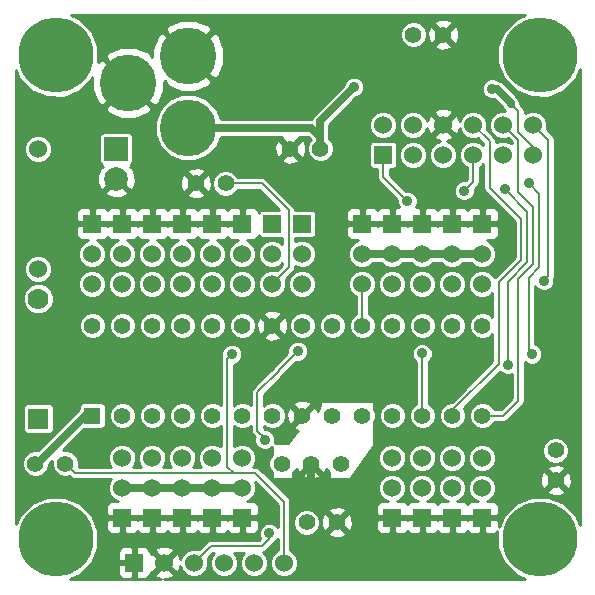
<source format=gbl>
G04 (created by PCBNEW (2013-05-31 BZR 4019)-stable) date 7/5/2014 3:34:13 PM*
%MOIN*%
G04 Gerber Fmt 3.4, Leading zero omitted, Abs format*
%FSLAX34Y34*%
G01*
G70*
G90*
G04 APERTURE LIST*
%ADD10C,0.00590551*%
%ADD11C,0.25*%
%ADD12C,0.055*%
%ADD13R,0.055X0.055*%
%ADD14R,0.0787X0.0787*%
%ADD15C,0.0787*%
%ADD16R,0.06X0.06*%
%ADD17C,0.06*%
%ADD18C,0.07*%
%ADD19R,0.07X0.07*%
%ADD20C,0.189*%
%ADD21C,0.035*%
%ADD22C,0.025*%
%ADD23C,0.008*%
%ADD24C,0.01*%
G04 APERTURE END LIST*
G54D10*
G54D11*
X23228Y-17322D03*
X39370Y-17322D03*
X39370Y-33464D03*
G54D12*
X35153Y-16648D03*
X36153Y-16648D03*
X32053Y-20448D03*
X31053Y-20448D03*
X23553Y-30948D03*
X22553Y-30948D03*
X28900Y-21600D03*
X27900Y-21600D03*
X25453Y-29348D03*
X26453Y-29348D03*
X27453Y-29348D03*
X28453Y-29348D03*
X29453Y-29348D03*
X30453Y-29348D03*
X31453Y-29348D03*
X32453Y-29348D03*
X33453Y-29348D03*
X34453Y-29348D03*
X35453Y-29348D03*
X36453Y-29348D03*
X37453Y-29348D03*
G54D13*
X24453Y-29348D03*
G54D12*
X37453Y-26348D03*
X36453Y-26348D03*
X35453Y-26348D03*
X34453Y-26348D03*
X33453Y-26348D03*
X32453Y-26348D03*
X31453Y-26348D03*
X30453Y-26348D03*
X29453Y-26348D03*
X28453Y-26348D03*
X27453Y-26348D03*
X26453Y-26348D03*
X25453Y-26348D03*
X24453Y-26348D03*
G54D14*
X25253Y-20448D03*
G54D15*
X25253Y-21448D03*
G54D16*
X25846Y-34251D03*
G54D17*
X26846Y-34251D03*
X27846Y-34251D03*
X28846Y-34251D03*
X29846Y-34251D03*
X30846Y-34251D03*
G54D16*
X29453Y-32748D03*
G54D17*
X29453Y-31748D03*
X29453Y-30748D03*
G54D16*
X33453Y-22948D03*
G54D17*
X33453Y-23948D03*
X33453Y-24948D03*
G54D16*
X34453Y-22948D03*
G54D17*
X34453Y-23948D03*
X34453Y-24948D03*
G54D16*
X35453Y-22948D03*
G54D17*
X35453Y-23948D03*
X35453Y-24948D03*
G54D16*
X36453Y-22948D03*
G54D17*
X36453Y-23948D03*
X36453Y-24948D03*
G54D16*
X37453Y-22948D03*
G54D17*
X37453Y-23948D03*
X37453Y-24948D03*
G54D16*
X37453Y-32748D03*
G54D17*
X37453Y-31748D03*
X37453Y-30748D03*
G54D16*
X36453Y-32748D03*
G54D17*
X36453Y-31748D03*
X36453Y-30748D03*
G54D16*
X35453Y-32748D03*
G54D17*
X35453Y-31748D03*
X35453Y-30748D03*
G54D16*
X34453Y-32748D03*
G54D17*
X34453Y-31748D03*
X34453Y-30748D03*
G54D16*
X29453Y-22948D03*
G54D17*
X29453Y-23948D03*
X29453Y-24948D03*
G54D16*
X28453Y-32748D03*
G54D17*
X28453Y-31748D03*
X28453Y-30748D03*
G54D16*
X27453Y-32748D03*
G54D17*
X27453Y-31748D03*
X27453Y-30748D03*
G54D16*
X26453Y-32748D03*
G54D17*
X26453Y-31748D03*
X26453Y-30748D03*
G54D16*
X25453Y-32748D03*
G54D17*
X25453Y-31748D03*
X25453Y-30748D03*
G54D16*
X24453Y-22948D03*
G54D17*
X24453Y-23948D03*
X24453Y-24948D03*
G54D16*
X25453Y-22948D03*
G54D17*
X25453Y-23948D03*
X25453Y-24948D03*
G54D16*
X26453Y-22948D03*
G54D17*
X26453Y-23948D03*
X26453Y-24948D03*
G54D16*
X27453Y-22948D03*
G54D17*
X27453Y-23948D03*
X27453Y-24948D03*
G54D16*
X28453Y-22948D03*
G54D17*
X28453Y-23948D03*
X28453Y-24948D03*
G54D18*
X22653Y-25448D03*
G54D19*
X22653Y-29448D03*
G54D17*
X22653Y-20448D03*
X22653Y-24448D03*
G54D16*
X30453Y-22948D03*
G54D17*
X30453Y-23948D03*
X30453Y-24948D03*
G54D16*
X31453Y-22948D03*
G54D17*
X31453Y-23948D03*
X31453Y-24948D03*
G54D11*
X23228Y-33464D03*
G54D12*
X32737Y-30948D03*
X30769Y-30948D03*
X31753Y-30948D03*
G54D16*
X34153Y-20648D03*
G54D17*
X34153Y-19648D03*
X35153Y-20648D03*
X35153Y-19648D03*
X36153Y-20648D03*
X36153Y-19648D03*
X37153Y-20648D03*
X37153Y-19648D03*
X38153Y-20648D03*
X38153Y-19648D03*
X39153Y-20648D03*
X39153Y-19648D03*
G54D20*
X27650Y-17350D03*
X27650Y-19750D03*
X25650Y-18250D03*
G54D12*
X31600Y-32900D03*
X32600Y-32900D03*
X39900Y-30500D03*
X39900Y-31500D03*
G54D21*
X38300Y-27650D03*
X38200Y-21800D03*
X29100Y-27300D03*
X36850Y-21850D03*
X34953Y-22198D03*
X35450Y-27275D03*
X39100Y-27300D03*
X39000Y-21600D03*
X39503Y-24848D03*
X37775Y-18450D03*
X33175Y-18400D03*
X31300Y-27200D03*
X30354Y-33267D03*
X30200Y-30150D03*
G54D22*
X25453Y-31748D02*
X26453Y-31748D01*
X26453Y-31748D02*
X27453Y-31748D01*
X27453Y-31748D02*
X28453Y-31748D01*
X28453Y-31748D02*
X29453Y-31748D01*
X37453Y-23948D02*
X36453Y-23948D01*
X36453Y-23948D02*
X35453Y-23948D01*
X35453Y-23948D02*
X34453Y-23948D01*
X34453Y-23948D02*
X33453Y-23948D01*
G54D23*
X38300Y-25550D02*
X38300Y-24889D01*
X38300Y-27650D02*
X38300Y-25700D01*
X38300Y-25700D02*
X38300Y-25550D01*
X38300Y-24889D02*
X38950Y-24239D01*
X38950Y-24239D02*
X38950Y-22550D01*
X38950Y-22550D02*
X38200Y-21800D01*
X29700Y-31259D02*
X29159Y-31259D01*
X28950Y-27450D02*
X29100Y-27300D01*
X28950Y-31050D02*
X28950Y-27450D01*
X29159Y-31259D02*
X28950Y-31050D01*
X30846Y-34251D02*
X30846Y-32224D01*
X30846Y-32224D02*
X29881Y-31259D01*
X23865Y-31259D02*
X23553Y-30948D01*
X29881Y-31259D02*
X29700Y-31259D01*
X29700Y-31259D02*
X23865Y-31259D01*
X30453Y-24948D02*
X30453Y-24946D01*
X30100Y-21600D02*
X28900Y-21600D01*
X31000Y-22500D02*
X30100Y-21600D01*
X31000Y-24400D02*
X31000Y-22500D01*
X30453Y-24946D02*
X31000Y-24400D01*
X37153Y-21546D02*
X37153Y-20648D01*
X36850Y-21850D02*
X37153Y-21546D01*
X34153Y-21398D02*
X34153Y-20648D01*
X34953Y-22198D02*
X34153Y-21398D01*
X33453Y-24948D02*
X33453Y-26348D01*
X35453Y-29348D02*
X35453Y-27278D01*
X35453Y-27278D02*
X35450Y-27275D01*
X39000Y-25600D02*
X39000Y-24750D01*
X39100Y-27300D02*
X39000Y-27200D01*
X39000Y-27200D02*
X39000Y-25600D01*
X39350Y-22000D02*
X39350Y-21950D01*
X39350Y-21950D02*
X39000Y-21600D01*
X39350Y-23550D02*
X39350Y-22000D01*
X39000Y-24750D02*
X39350Y-24400D01*
X39350Y-24400D02*
X39350Y-23550D01*
X36453Y-29348D02*
X36453Y-29171D01*
X38000Y-27625D02*
X38000Y-24900D01*
X36453Y-29171D02*
X38000Y-27625D01*
X37700Y-20200D02*
X37700Y-21750D01*
X37153Y-19653D02*
X37700Y-20200D01*
X37153Y-19648D02*
X37153Y-19653D01*
X38000Y-24900D02*
X38750Y-24150D01*
X38750Y-24150D02*
X38750Y-22800D01*
X38750Y-22800D02*
X37700Y-21750D01*
X38653Y-28675D02*
X38653Y-28846D01*
X38151Y-29348D02*
X37453Y-29348D01*
X38653Y-28846D02*
X38151Y-29348D01*
X38653Y-25450D02*
X38653Y-24796D01*
X39150Y-22400D02*
X38653Y-21903D01*
X39150Y-24300D02*
X39150Y-22400D01*
X38653Y-24796D02*
X39150Y-24300D01*
X38653Y-20148D02*
X38153Y-19648D01*
X38653Y-28675D02*
X38653Y-25450D01*
X38653Y-21903D02*
X38653Y-20148D01*
X39653Y-20148D02*
X39153Y-19648D01*
X39653Y-24698D02*
X39653Y-20148D01*
X39503Y-24848D02*
X39653Y-24698D01*
G54D22*
X37775Y-18450D02*
X37925Y-18450D01*
X38400Y-18925D02*
X38400Y-18950D01*
X37925Y-18450D02*
X38400Y-18925D01*
X32053Y-20448D02*
X32053Y-19521D01*
X32053Y-19521D02*
X33175Y-18400D01*
G54D23*
X38400Y-18950D02*
X38650Y-19200D01*
X39153Y-20403D02*
X39153Y-20648D01*
X38650Y-19200D02*
X38650Y-19900D01*
X38650Y-19900D02*
X39153Y-20403D01*
G54D22*
X32053Y-20448D02*
X32053Y-20053D01*
X31750Y-19750D02*
X27650Y-19750D01*
X32053Y-20053D02*
X31750Y-19750D01*
X31753Y-30948D02*
X31753Y-31546D01*
X31753Y-31546D02*
X31750Y-31550D01*
G54D23*
X30200Y-30150D02*
X30200Y-30100D01*
X30200Y-30100D02*
X29950Y-29850D01*
X29950Y-29850D02*
X29950Y-28575D01*
X29950Y-28575D02*
X30675Y-27850D01*
X30675Y-27850D02*
X30675Y-27825D01*
X30675Y-27825D02*
X31300Y-27200D01*
X27846Y-34251D02*
X27848Y-34251D01*
X30354Y-33445D02*
X30354Y-33267D01*
X30100Y-33700D02*
X30354Y-33445D01*
X28400Y-33700D02*
X30100Y-33700D01*
X27848Y-34251D02*
X28400Y-33700D01*
X29950Y-29850D02*
X30200Y-30100D01*
G54D22*
X22553Y-30948D02*
X22601Y-30948D01*
X24201Y-29348D02*
X24453Y-29348D01*
X22601Y-30948D02*
X24201Y-29348D01*
G54D10*
G36*
X40708Y-32985D02*
X40574Y-32661D01*
X40429Y-32516D01*
X40429Y-31575D01*
X40418Y-31367D01*
X40360Y-31227D01*
X40345Y-31223D01*
X40345Y-30411D01*
X40277Y-30248D01*
X40152Y-30122D01*
X39988Y-30055D01*
X39863Y-30054D01*
X39863Y-24698D01*
X39863Y-20148D01*
X39847Y-20067D01*
X39847Y-20067D01*
X39802Y-19999D01*
X39600Y-19797D01*
X39623Y-19741D01*
X39623Y-19554D01*
X39552Y-19382D01*
X39420Y-19249D01*
X39247Y-19178D01*
X39060Y-19177D01*
X38887Y-19249D01*
X38860Y-19276D01*
X38860Y-19200D01*
X38844Y-19119D01*
X38844Y-19119D01*
X38798Y-19051D01*
X38798Y-19051D01*
X38695Y-18948D01*
X38695Y-18925D01*
X38672Y-18812D01*
X38608Y-18716D01*
X38608Y-18716D01*
X38133Y-18241D01*
X38037Y-18177D01*
X37978Y-18165D01*
X37970Y-18157D01*
X37843Y-18105D01*
X37706Y-18104D01*
X37579Y-18157D01*
X37482Y-18254D01*
X37430Y-18381D01*
X37429Y-18518D01*
X37482Y-18645D01*
X37579Y-18742D01*
X37706Y-18794D01*
X37843Y-18795D01*
X37850Y-18792D01*
X38141Y-19083D01*
X38191Y-19158D01*
X38220Y-19178D01*
X38060Y-19177D01*
X37887Y-19249D01*
X37755Y-19381D01*
X37683Y-19554D01*
X37683Y-19741D01*
X37754Y-19913D01*
X37886Y-20046D01*
X38059Y-20117D01*
X38246Y-20118D01*
X38303Y-20094D01*
X38443Y-20235D01*
X38443Y-20273D01*
X38420Y-20249D01*
X38247Y-20178D01*
X38060Y-20177D01*
X37910Y-20240D01*
X37910Y-20200D01*
X37894Y-20119D01*
X37894Y-20119D01*
X37875Y-20092D01*
X37848Y-20051D01*
X37848Y-20051D01*
X37598Y-19801D01*
X37623Y-19741D01*
X37623Y-19554D01*
X37552Y-19382D01*
X37420Y-19249D01*
X37247Y-19178D01*
X37060Y-19177D01*
X36887Y-19249D01*
X36755Y-19381D01*
X36697Y-19519D01*
X36697Y-19511D01*
X36683Y-19477D01*
X36683Y-16723D01*
X36672Y-16515D01*
X36614Y-16375D01*
X36521Y-16350D01*
X36450Y-16421D01*
X36450Y-16280D01*
X36426Y-16187D01*
X36229Y-16118D01*
X36020Y-16129D01*
X35880Y-16187D01*
X35856Y-16280D01*
X36153Y-16577D01*
X36450Y-16280D01*
X36450Y-16421D01*
X36224Y-16648D01*
X36521Y-16945D01*
X36614Y-16920D01*
X36683Y-16723D01*
X36683Y-19477D01*
X36634Y-19360D01*
X36539Y-19332D01*
X36468Y-19403D01*
X36468Y-19262D01*
X36450Y-19198D01*
X36450Y-17015D01*
X36153Y-16718D01*
X36082Y-16789D01*
X36082Y-16648D01*
X35785Y-16350D01*
X35692Y-16375D01*
X35623Y-16572D01*
X35634Y-16780D01*
X35692Y-16920D01*
X35785Y-16945D01*
X36082Y-16648D01*
X36082Y-16789D01*
X35856Y-17015D01*
X35880Y-17108D01*
X36077Y-17177D01*
X36286Y-17166D01*
X36426Y-17108D01*
X36450Y-17015D01*
X36450Y-19198D01*
X36441Y-19166D01*
X36235Y-19093D01*
X36016Y-19104D01*
X35865Y-19166D01*
X35838Y-19262D01*
X36153Y-19577D01*
X36468Y-19262D01*
X36468Y-19403D01*
X36224Y-19648D01*
X36539Y-19963D01*
X36634Y-19935D01*
X36694Y-19768D01*
X36754Y-19913D01*
X36886Y-20046D01*
X37059Y-20117D01*
X37246Y-20118D01*
X37299Y-20096D01*
X37490Y-20286D01*
X37490Y-20319D01*
X37420Y-20249D01*
X37247Y-20178D01*
X37060Y-20177D01*
X36887Y-20249D01*
X36755Y-20381D01*
X36683Y-20554D01*
X36683Y-20741D01*
X36754Y-20913D01*
X36886Y-21046D01*
X36943Y-21069D01*
X36943Y-21459D01*
X36897Y-21505D01*
X36781Y-21504D01*
X36654Y-21557D01*
X36623Y-21588D01*
X36623Y-20554D01*
X36552Y-20382D01*
X36420Y-20249D01*
X36281Y-20192D01*
X36290Y-20191D01*
X36441Y-20129D01*
X36468Y-20033D01*
X36153Y-19718D01*
X36082Y-19789D01*
X36082Y-19648D01*
X35767Y-19332D01*
X35672Y-19360D01*
X35612Y-19527D01*
X35598Y-19494D01*
X35598Y-16559D01*
X35531Y-16396D01*
X35405Y-16270D01*
X35242Y-16203D01*
X35065Y-16202D01*
X34901Y-16270D01*
X34776Y-16395D01*
X34708Y-16559D01*
X34708Y-16736D01*
X34776Y-16899D01*
X34901Y-17025D01*
X35064Y-17092D01*
X35241Y-17093D01*
X35405Y-17025D01*
X35530Y-16900D01*
X35598Y-16736D01*
X35598Y-16559D01*
X35598Y-19494D01*
X35552Y-19382D01*
X35420Y-19249D01*
X35247Y-19178D01*
X35060Y-19177D01*
X34887Y-19249D01*
X34755Y-19381D01*
X34683Y-19554D01*
X34683Y-19741D01*
X34754Y-19913D01*
X34886Y-20046D01*
X35059Y-20117D01*
X35246Y-20118D01*
X35419Y-20046D01*
X35551Y-19914D01*
X35609Y-19776D01*
X35609Y-19784D01*
X35672Y-19935D01*
X35767Y-19963D01*
X36082Y-19648D01*
X36082Y-19789D01*
X35838Y-20033D01*
X35865Y-20129D01*
X36033Y-20189D01*
X35887Y-20249D01*
X35755Y-20381D01*
X35683Y-20554D01*
X35683Y-20741D01*
X35754Y-20913D01*
X35886Y-21046D01*
X36059Y-21117D01*
X36246Y-21118D01*
X36419Y-21046D01*
X36551Y-20914D01*
X36623Y-20741D01*
X36623Y-20554D01*
X36623Y-21588D01*
X36557Y-21654D01*
X36505Y-21781D01*
X36504Y-21918D01*
X36557Y-22045D01*
X36654Y-22142D01*
X36781Y-22194D01*
X36918Y-22195D01*
X37045Y-22142D01*
X37142Y-22045D01*
X37194Y-21918D01*
X37195Y-21801D01*
X37302Y-21694D01*
X37302Y-21694D01*
X37302Y-21694D01*
X37347Y-21626D01*
X37347Y-21626D01*
X37363Y-21546D01*
X37363Y-21069D01*
X37419Y-21046D01*
X37490Y-20976D01*
X37490Y-21750D01*
X37505Y-21830D01*
X37551Y-21898D01*
X38540Y-22886D01*
X38540Y-24063D01*
X38003Y-24599D01*
X38003Y-23297D01*
X38003Y-22598D01*
X37965Y-22506D01*
X37895Y-22436D01*
X37803Y-22398D01*
X37704Y-22397D01*
X37566Y-22398D01*
X37503Y-22460D01*
X37503Y-22898D01*
X37941Y-22898D01*
X38003Y-22835D01*
X38003Y-22598D01*
X38003Y-23297D01*
X38003Y-23060D01*
X37941Y-22998D01*
X37503Y-22998D01*
X37503Y-23005D01*
X37403Y-23005D01*
X37403Y-22998D01*
X37403Y-22898D01*
X37403Y-22460D01*
X37341Y-22398D01*
X37203Y-22397D01*
X37103Y-22398D01*
X37011Y-22436D01*
X36953Y-22494D01*
X36895Y-22436D01*
X36803Y-22398D01*
X36704Y-22397D01*
X36566Y-22398D01*
X36503Y-22460D01*
X36503Y-22898D01*
X36941Y-22898D01*
X36953Y-22885D01*
X36966Y-22898D01*
X37403Y-22898D01*
X37403Y-22998D01*
X36966Y-22998D01*
X36953Y-23010D01*
X36941Y-22998D01*
X36503Y-22998D01*
X36503Y-23005D01*
X36403Y-23005D01*
X36403Y-22998D01*
X36403Y-22898D01*
X36403Y-22460D01*
X36341Y-22398D01*
X36203Y-22397D01*
X36103Y-22398D01*
X36011Y-22436D01*
X35953Y-22494D01*
X35895Y-22436D01*
X35803Y-22398D01*
X35704Y-22397D01*
X35623Y-22398D01*
X35623Y-20554D01*
X35552Y-20382D01*
X35420Y-20249D01*
X35247Y-20178D01*
X35060Y-20177D01*
X34887Y-20249D01*
X34755Y-20381D01*
X34683Y-20554D01*
X34683Y-20741D01*
X34754Y-20913D01*
X34886Y-21046D01*
X35059Y-21117D01*
X35246Y-21118D01*
X35419Y-21046D01*
X35551Y-20914D01*
X35623Y-20741D01*
X35623Y-20554D01*
X35623Y-22398D01*
X35566Y-22398D01*
X35503Y-22460D01*
X35503Y-22898D01*
X35941Y-22898D01*
X35953Y-22885D01*
X35966Y-22898D01*
X36403Y-22898D01*
X36403Y-22998D01*
X35966Y-22998D01*
X35953Y-23010D01*
X35941Y-22998D01*
X35503Y-22998D01*
X35503Y-23005D01*
X35403Y-23005D01*
X35403Y-22998D01*
X35403Y-22898D01*
X35403Y-22460D01*
X35341Y-22398D01*
X35241Y-22398D01*
X35245Y-22393D01*
X35298Y-22266D01*
X35298Y-22129D01*
X35246Y-22002D01*
X35149Y-21905D01*
X35022Y-21853D01*
X34905Y-21852D01*
X34623Y-21571D01*
X34623Y-19554D01*
X34552Y-19382D01*
X34420Y-19249D01*
X34247Y-19178D01*
X34060Y-19177D01*
X33887Y-19249D01*
X33755Y-19381D01*
X33683Y-19554D01*
X33683Y-19741D01*
X33754Y-19913D01*
X33886Y-20046D01*
X34059Y-20117D01*
X34246Y-20118D01*
X34419Y-20046D01*
X34551Y-19914D01*
X34623Y-19741D01*
X34623Y-19554D01*
X34623Y-21571D01*
X34363Y-21311D01*
X34363Y-21118D01*
X34487Y-21118D01*
X34549Y-21092D01*
X34597Y-21044D01*
X34623Y-20981D01*
X34623Y-20914D01*
X34623Y-20314D01*
X34597Y-20251D01*
X34549Y-20203D01*
X34487Y-20178D01*
X34419Y-20178D01*
X33819Y-20178D01*
X33757Y-20203D01*
X33709Y-20251D01*
X33683Y-20314D01*
X33683Y-20381D01*
X33683Y-20981D01*
X33709Y-21044D01*
X33757Y-21092D01*
X33819Y-21118D01*
X33887Y-21118D01*
X33943Y-21118D01*
X33943Y-21398D01*
X33959Y-21478D01*
X34005Y-21546D01*
X34608Y-22150D01*
X34608Y-22266D01*
X34660Y-22393D01*
X34665Y-22398D01*
X34566Y-22398D01*
X34503Y-22460D01*
X34503Y-22898D01*
X34941Y-22898D01*
X34953Y-22885D01*
X34966Y-22898D01*
X35403Y-22898D01*
X35403Y-22998D01*
X34966Y-22998D01*
X34953Y-23010D01*
X34941Y-22998D01*
X34503Y-22998D01*
X34503Y-23005D01*
X34403Y-23005D01*
X34403Y-22998D01*
X34403Y-22898D01*
X34403Y-22460D01*
X34341Y-22398D01*
X34203Y-22397D01*
X34103Y-22398D01*
X34011Y-22436D01*
X33953Y-22494D01*
X33895Y-22436D01*
X33803Y-22398D01*
X33704Y-22397D01*
X33566Y-22398D01*
X33520Y-22444D01*
X33520Y-18331D01*
X33467Y-18204D01*
X33370Y-18107D01*
X33243Y-18055D01*
X33106Y-18054D01*
X32979Y-18107D01*
X32882Y-18204D01*
X32832Y-18325D01*
X31844Y-19312D01*
X31780Y-19408D01*
X31770Y-19459D01*
X31750Y-19455D01*
X28845Y-19455D01*
X28845Y-17585D01*
X28844Y-17110D01*
X28664Y-16674D01*
X28501Y-16568D01*
X28431Y-16639D01*
X28431Y-16498D01*
X28325Y-16335D01*
X27885Y-16154D01*
X27410Y-16155D01*
X26974Y-16335D01*
X26868Y-16498D01*
X27650Y-17279D01*
X28431Y-16498D01*
X28431Y-16639D01*
X27720Y-17350D01*
X28501Y-18131D01*
X28664Y-18025D01*
X28845Y-17585D01*
X28845Y-19455D01*
X28734Y-19455D01*
X28595Y-19119D01*
X28431Y-18954D01*
X28431Y-18201D01*
X27650Y-17420D01*
X27644Y-17426D01*
X27579Y-17361D01*
X27573Y-17355D01*
X27579Y-17350D01*
X26798Y-16568D01*
X26635Y-16674D01*
X26454Y-17114D01*
X26455Y-17374D01*
X26431Y-17398D01*
X26325Y-17235D01*
X25885Y-17054D01*
X25410Y-17055D01*
X24974Y-17235D01*
X24868Y-17398D01*
X25650Y-18179D01*
X25655Y-18173D01*
X25726Y-18244D01*
X25720Y-18250D01*
X26501Y-19031D01*
X26664Y-18925D01*
X26845Y-18485D01*
X26844Y-18225D01*
X26868Y-18201D01*
X26974Y-18364D01*
X27414Y-18545D01*
X27889Y-18544D01*
X28325Y-18364D01*
X28431Y-18201D01*
X28431Y-18954D01*
X28282Y-18805D01*
X27872Y-18635D01*
X27429Y-18634D01*
X27019Y-18804D01*
X26705Y-19117D01*
X26535Y-19527D01*
X26534Y-19970D01*
X26704Y-20380D01*
X27017Y-20694D01*
X27427Y-20864D01*
X27870Y-20865D01*
X28280Y-20695D01*
X28594Y-20382D01*
X28734Y-20045D01*
X30765Y-20045D01*
X30756Y-20080D01*
X31053Y-20377D01*
X31350Y-20080D01*
X31341Y-20045D01*
X31627Y-20045D01*
X31727Y-20144D01*
X31676Y-20195D01*
X31608Y-20359D01*
X31608Y-20536D01*
X31676Y-20699D01*
X31801Y-20825D01*
X31964Y-20892D01*
X32141Y-20893D01*
X32305Y-20825D01*
X32430Y-20700D01*
X32498Y-20536D01*
X32498Y-20359D01*
X32431Y-20196D01*
X32348Y-20113D01*
X32348Y-20053D01*
X32348Y-19643D01*
X33249Y-18742D01*
X33370Y-18692D01*
X33467Y-18595D01*
X33519Y-18468D01*
X33520Y-18331D01*
X33520Y-22444D01*
X33503Y-22460D01*
X33503Y-22898D01*
X33941Y-22898D01*
X33953Y-22885D01*
X33966Y-22898D01*
X34403Y-22898D01*
X34403Y-22998D01*
X33966Y-22998D01*
X33953Y-23010D01*
X33941Y-22998D01*
X33503Y-22998D01*
X33503Y-23005D01*
X33403Y-23005D01*
X33403Y-22998D01*
X33403Y-22898D01*
X33403Y-22460D01*
X33341Y-22398D01*
X33203Y-22397D01*
X33103Y-22398D01*
X33011Y-22436D01*
X32941Y-22506D01*
X32903Y-22598D01*
X32903Y-22835D01*
X32966Y-22898D01*
X33403Y-22898D01*
X33403Y-22998D01*
X32966Y-22998D01*
X32903Y-23060D01*
X32903Y-23297D01*
X32941Y-23389D01*
X33011Y-23459D01*
X33103Y-23497D01*
X33203Y-23498D01*
X33311Y-23498D01*
X33187Y-23549D01*
X33055Y-23681D01*
X32983Y-23854D01*
X32983Y-24041D01*
X33054Y-24213D01*
X33186Y-24346D01*
X33359Y-24417D01*
X33546Y-24418D01*
X33719Y-24346D01*
X33823Y-24243D01*
X34083Y-24243D01*
X34186Y-24346D01*
X34359Y-24417D01*
X34546Y-24418D01*
X34719Y-24346D01*
X34823Y-24243D01*
X35083Y-24243D01*
X35186Y-24346D01*
X35359Y-24417D01*
X35546Y-24418D01*
X35719Y-24346D01*
X35823Y-24243D01*
X36083Y-24243D01*
X36186Y-24346D01*
X36359Y-24417D01*
X36546Y-24418D01*
X36719Y-24346D01*
X36823Y-24243D01*
X37083Y-24243D01*
X37186Y-24346D01*
X37359Y-24417D01*
X37546Y-24418D01*
X37719Y-24346D01*
X37851Y-24214D01*
X37923Y-24041D01*
X37923Y-23854D01*
X37852Y-23682D01*
X37720Y-23549D01*
X37595Y-23498D01*
X37704Y-23498D01*
X37803Y-23497D01*
X37895Y-23459D01*
X37965Y-23389D01*
X38003Y-23297D01*
X38003Y-24599D01*
X37872Y-24730D01*
X37852Y-24682D01*
X37720Y-24549D01*
X37547Y-24478D01*
X37360Y-24477D01*
X37187Y-24549D01*
X37055Y-24681D01*
X36983Y-24854D01*
X36983Y-25041D01*
X37054Y-25213D01*
X37186Y-25346D01*
X37359Y-25417D01*
X37546Y-25418D01*
X37719Y-25346D01*
X37790Y-25276D01*
X37790Y-26055D01*
X37705Y-25970D01*
X37542Y-25903D01*
X37365Y-25902D01*
X37201Y-25970D01*
X37076Y-26095D01*
X37008Y-26259D01*
X37008Y-26436D01*
X37076Y-26599D01*
X37201Y-26725D01*
X37364Y-26792D01*
X37541Y-26793D01*
X37705Y-26725D01*
X37790Y-26640D01*
X37790Y-27538D01*
X36923Y-28404D01*
X36923Y-24854D01*
X36852Y-24682D01*
X36720Y-24549D01*
X36547Y-24478D01*
X36360Y-24477D01*
X36187Y-24549D01*
X36055Y-24681D01*
X35983Y-24854D01*
X35983Y-25041D01*
X36054Y-25213D01*
X36186Y-25346D01*
X36359Y-25417D01*
X36546Y-25418D01*
X36719Y-25346D01*
X36851Y-25214D01*
X36923Y-25041D01*
X36923Y-24854D01*
X36923Y-28404D01*
X36898Y-28429D01*
X36898Y-26259D01*
X36831Y-26096D01*
X36705Y-25970D01*
X36542Y-25903D01*
X36365Y-25902D01*
X36201Y-25970D01*
X36076Y-26095D01*
X36008Y-26259D01*
X36008Y-26436D01*
X36076Y-26599D01*
X36201Y-26725D01*
X36364Y-26792D01*
X36541Y-26793D01*
X36705Y-26725D01*
X36830Y-26600D01*
X36898Y-26436D01*
X36898Y-26259D01*
X36898Y-28429D01*
X36425Y-28903D01*
X36365Y-28902D01*
X36201Y-28970D01*
X36076Y-29095D01*
X36008Y-29259D01*
X36008Y-29436D01*
X36076Y-29599D01*
X36201Y-29725D01*
X36364Y-29792D01*
X36541Y-29793D01*
X36705Y-29725D01*
X36830Y-29600D01*
X36898Y-29436D01*
X36898Y-29259D01*
X36831Y-29096D01*
X36828Y-29093D01*
X38042Y-27879D01*
X38104Y-27942D01*
X38231Y-27994D01*
X38368Y-27995D01*
X38443Y-27963D01*
X38443Y-28675D01*
X38443Y-28759D01*
X38064Y-29138D01*
X37848Y-29138D01*
X37831Y-29096D01*
X37705Y-28970D01*
X37542Y-28903D01*
X37365Y-28902D01*
X37201Y-28970D01*
X37076Y-29095D01*
X37008Y-29259D01*
X37008Y-29436D01*
X37076Y-29599D01*
X37201Y-29725D01*
X37364Y-29792D01*
X37541Y-29793D01*
X37705Y-29725D01*
X37830Y-29600D01*
X37848Y-29558D01*
X38151Y-29558D01*
X38232Y-29542D01*
X38300Y-29496D01*
X38802Y-28994D01*
X38847Y-28926D01*
X38863Y-28846D01*
X38863Y-28675D01*
X38863Y-27551D01*
X38904Y-27592D01*
X39031Y-27644D01*
X39168Y-27645D01*
X39295Y-27592D01*
X39392Y-27495D01*
X39444Y-27368D01*
X39445Y-27231D01*
X39392Y-27104D01*
X39295Y-27007D01*
X39210Y-26972D01*
X39210Y-25600D01*
X39210Y-25041D01*
X39210Y-25043D01*
X39307Y-25140D01*
X39434Y-25192D01*
X39571Y-25193D01*
X39698Y-25140D01*
X39795Y-25043D01*
X39848Y-24916D01*
X39848Y-24779D01*
X39847Y-24777D01*
X39863Y-24698D01*
X39863Y-30054D01*
X39811Y-30054D01*
X39648Y-30122D01*
X39522Y-30247D01*
X39455Y-30411D01*
X39454Y-30588D01*
X39522Y-30751D01*
X39647Y-30877D01*
X39811Y-30944D01*
X39988Y-30945D01*
X40151Y-30877D01*
X40277Y-30752D01*
X40344Y-30588D01*
X40345Y-30411D01*
X40345Y-31223D01*
X40267Y-31202D01*
X40197Y-31273D01*
X40197Y-31132D01*
X40172Y-31039D01*
X39975Y-30970D01*
X39767Y-30981D01*
X39627Y-31039D01*
X39602Y-31132D01*
X39900Y-31429D01*
X40197Y-31132D01*
X40197Y-31273D01*
X39970Y-31500D01*
X40267Y-31797D01*
X40360Y-31772D01*
X40429Y-31575D01*
X40429Y-32516D01*
X40197Y-32283D01*
X40197Y-31867D01*
X39900Y-31570D01*
X39829Y-31641D01*
X39829Y-31500D01*
X39532Y-31202D01*
X39439Y-31227D01*
X39370Y-31424D01*
X39381Y-31632D01*
X39439Y-31772D01*
X39532Y-31797D01*
X39829Y-31500D01*
X39829Y-31641D01*
X39602Y-31867D01*
X39627Y-31960D01*
X39824Y-32029D01*
X40032Y-32018D01*
X40172Y-31960D01*
X40197Y-31867D01*
X40197Y-32283D01*
X40175Y-32261D01*
X39653Y-32044D01*
X39088Y-32044D01*
X38566Y-32260D01*
X38166Y-32659D01*
X38003Y-33052D01*
X38003Y-32398D01*
X37965Y-32306D01*
X37895Y-32236D01*
X37803Y-32198D01*
X37704Y-32197D01*
X37595Y-32198D01*
X37719Y-32146D01*
X37851Y-32014D01*
X37923Y-31841D01*
X37923Y-31654D01*
X37923Y-30654D01*
X37852Y-30482D01*
X37720Y-30349D01*
X37547Y-30278D01*
X37360Y-30277D01*
X37187Y-30349D01*
X37055Y-30481D01*
X36983Y-30654D01*
X36983Y-30841D01*
X37054Y-31013D01*
X37186Y-31146D01*
X37359Y-31217D01*
X37546Y-31218D01*
X37719Y-31146D01*
X37851Y-31014D01*
X37923Y-30841D01*
X37923Y-30654D01*
X37923Y-31654D01*
X37852Y-31482D01*
X37720Y-31349D01*
X37547Y-31278D01*
X37360Y-31277D01*
X37187Y-31349D01*
X37055Y-31481D01*
X36983Y-31654D01*
X36983Y-31841D01*
X37054Y-32013D01*
X37186Y-32146D01*
X37311Y-32198D01*
X37203Y-32197D01*
X37103Y-32198D01*
X37011Y-32236D01*
X36953Y-32294D01*
X36895Y-32236D01*
X36803Y-32198D01*
X36704Y-32197D01*
X36595Y-32198D01*
X36719Y-32146D01*
X36851Y-32014D01*
X36923Y-31841D01*
X36923Y-31654D01*
X36923Y-30654D01*
X36852Y-30482D01*
X36720Y-30349D01*
X36547Y-30278D01*
X36360Y-30277D01*
X36187Y-30349D01*
X36055Y-30481D01*
X35983Y-30654D01*
X35983Y-30841D01*
X36054Y-31013D01*
X36186Y-31146D01*
X36359Y-31217D01*
X36546Y-31218D01*
X36719Y-31146D01*
X36851Y-31014D01*
X36923Y-30841D01*
X36923Y-30654D01*
X36923Y-31654D01*
X36852Y-31482D01*
X36720Y-31349D01*
X36547Y-31278D01*
X36360Y-31277D01*
X36187Y-31349D01*
X36055Y-31481D01*
X35983Y-31654D01*
X35983Y-31841D01*
X36054Y-32013D01*
X36186Y-32146D01*
X36311Y-32198D01*
X36203Y-32197D01*
X36103Y-32198D01*
X36011Y-32236D01*
X35953Y-32294D01*
X35895Y-32236D01*
X35803Y-32198D01*
X35704Y-32197D01*
X35595Y-32198D01*
X35719Y-32146D01*
X35851Y-32014D01*
X35923Y-31841D01*
X35923Y-31654D01*
X35923Y-30654D01*
X35923Y-24854D01*
X35852Y-24682D01*
X35720Y-24549D01*
X35547Y-24478D01*
X35360Y-24477D01*
X35187Y-24549D01*
X35055Y-24681D01*
X34983Y-24854D01*
X34983Y-25041D01*
X35054Y-25213D01*
X35186Y-25346D01*
X35359Y-25417D01*
X35546Y-25418D01*
X35719Y-25346D01*
X35851Y-25214D01*
X35923Y-25041D01*
X35923Y-24854D01*
X35923Y-30654D01*
X35898Y-30594D01*
X35898Y-29259D01*
X35898Y-26259D01*
X35831Y-26096D01*
X35705Y-25970D01*
X35542Y-25903D01*
X35365Y-25902D01*
X35201Y-25970D01*
X35076Y-26095D01*
X35008Y-26259D01*
X35008Y-26436D01*
X35076Y-26599D01*
X35201Y-26725D01*
X35364Y-26792D01*
X35541Y-26793D01*
X35705Y-26725D01*
X35830Y-26600D01*
X35898Y-26436D01*
X35898Y-26259D01*
X35898Y-29259D01*
X35831Y-29096D01*
X35705Y-28970D01*
X35663Y-28953D01*
X35663Y-27549D01*
X35742Y-27470D01*
X35794Y-27343D01*
X35795Y-27206D01*
X35742Y-27079D01*
X35645Y-26982D01*
X35518Y-26930D01*
X35381Y-26929D01*
X35254Y-26982D01*
X35157Y-27079D01*
X35105Y-27206D01*
X35104Y-27343D01*
X35157Y-27470D01*
X35243Y-27556D01*
X35243Y-28953D01*
X35201Y-28970D01*
X35076Y-29095D01*
X35008Y-29259D01*
X35008Y-29436D01*
X35076Y-29599D01*
X35201Y-29725D01*
X35364Y-29792D01*
X35541Y-29793D01*
X35705Y-29725D01*
X35830Y-29600D01*
X35898Y-29436D01*
X35898Y-29259D01*
X35898Y-30594D01*
X35852Y-30482D01*
X35720Y-30349D01*
X35547Y-30278D01*
X35360Y-30277D01*
X35187Y-30349D01*
X35055Y-30481D01*
X34983Y-30654D01*
X34983Y-30841D01*
X35054Y-31013D01*
X35186Y-31146D01*
X35359Y-31217D01*
X35546Y-31218D01*
X35719Y-31146D01*
X35851Y-31014D01*
X35923Y-30841D01*
X35923Y-30654D01*
X35923Y-31654D01*
X35852Y-31482D01*
X35720Y-31349D01*
X35547Y-31278D01*
X35360Y-31277D01*
X35187Y-31349D01*
X35055Y-31481D01*
X34983Y-31654D01*
X34983Y-31841D01*
X35054Y-32013D01*
X35186Y-32146D01*
X35311Y-32198D01*
X35203Y-32197D01*
X35103Y-32198D01*
X35011Y-32236D01*
X34953Y-32294D01*
X34895Y-32236D01*
X34803Y-32198D01*
X34704Y-32197D01*
X34595Y-32198D01*
X34719Y-32146D01*
X34851Y-32014D01*
X34923Y-31841D01*
X34923Y-31654D01*
X34923Y-30654D01*
X34923Y-24854D01*
X34852Y-24682D01*
X34720Y-24549D01*
X34547Y-24478D01*
X34360Y-24477D01*
X34187Y-24549D01*
X34055Y-24681D01*
X33983Y-24854D01*
X33983Y-25041D01*
X34054Y-25213D01*
X34186Y-25346D01*
X34359Y-25417D01*
X34546Y-25418D01*
X34719Y-25346D01*
X34851Y-25214D01*
X34923Y-25041D01*
X34923Y-24854D01*
X34923Y-30654D01*
X34898Y-30594D01*
X34898Y-29259D01*
X34898Y-26259D01*
X34831Y-26096D01*
X34705Y-25970D01*
X34542Y-25903D01*
X34365Y-25902D01*
X34201Y-25970D01*
X34076Y-26095D01*
X34008Y-26259D01*
X34008Y-26436D01*
X34076Y-26599D01*
X34201Y-26725D01*
X34364Y-26792D01*
X34541Y-26793D01*
X34705Y-26725D01*
X34830Y-26600D01*
X34898Y-26436D01*
X34898Y-26259D01*
X34898Y-29259D01*
X34831Y-29096D01*
X34705Y-28970D01*
X34542Y-28903D01*
X34365Y-28902D01*
X34201Y-28970D01*
X34076Y-29095D01*
X34008Y-29259D01*
X34008Y-29436D01*
X34076Y-29599D01*
X34201Y-29725D01*
X34364Y-29792D01*
X34541Y-29793D01*
X34705Y-29725D01*
X34830Y-29600D01*
X34898Y-29436D01*
X34898Y-29259D01*
X34898Y-30594D01*
X34852Y-30482D01*
X34720Y-30349D01*
X34547Y-30278D01*
X34360Y-30277D01*
X34187Y-30349D01*
X34055Y-30481D01*
X33983Y-30654D01*
X33983Y-30841D01*
X34054Y-31013D01*
X34186Y-31146D01*
X34359Y-31217D01*
X34546Y-31218D01*
X34719Y-31146D01*
X34851Y-31014D01*
X34923Y-30841D01*
X34923Y-30654D01*
X34923Y-31654D01*
X34852Y-31482D01*
X34720Y-31349D01*
X34547Y-31278D01*
X34360Y-31277D01*
X34187Y-31349D01*
X34055Y-31481D01*
X33983Y-31654D01*
X33983Y-31841D01*
X34054Y-32013D01*
X34186Y-32146D01*
X34311Y-32198D01*
X34203Y-32197D01*
X34103Y-32198D01*
X34011Y-32236D01*
X33941Y-32306D01*
X33923Y-32349D01*
X33923Y-24854D01*
X33852Y-24682D01*
X33720Y-24549D01*
X33547Y-24478D01*
X33360Y-24477D01*
X33187Y-24549D01*
X33055Y-24681D01*
X32983Y-24854D01*
X32983Y-25041D01*
X33054Y-25213D01*
X33186Y-25346D01*
X33243Y-25369D01*
X33243Y-25953D01*
X33201Y-25970D01*
X33076Y-26095D01*
X33008Y-26259D01*
X33008Y-26436D01*
X33076Y-26599D01*
X33201Y-26725D01*
X33364Y-26792D01*
X33541Y-26793D01*
X33705Y-26725D01*
X33830Y-26600D01*
X33898Y-26436D01*
X33898Y-26259D01*
X33831Y-26096D01*
X33705Y-25970D01*
X33663Y-25953D01*
X33663Y-25369D01*
X33719Y-25346D01*
X33851Y-25214D01*
X33923Y-25041D01*
X33923Y-24854D01*
X33923Y-32349D01*
X33903Y-32398D01*
X33903Y-32635D01*
X33966Y-32698D01*
X34403Y-32698D01*
X34403Y-32690D01*
X34503Y-32690D01*
X34503Y-32698D01*
X34941Y-32698D01*
X34953Y-32685D01*
X34966Y-32698D01*
X35403Y-32698D01*
X35403Y-32690D01*
X35503Y-32690D01*
X35503Y-32698D01*
X35941Y-32698D01*
X35953Y-32685D01*
X35966Y-32698D01*
X36403Y-32698D01*
X36403Y-32690D01*
X36503Y-32690D01*
X36503Y-32698D01*
X36941Y-32698D01*
X36953Y-32685D01*
X36966Y-32698D01*
X37403Y-32698D01*
X37403Y-32690D01*
X37503Y-32690D01*
X37503Y-32698D01*
X37941Y-32698D01*
X38003Y-32635D01*
X38003Y-32398D01*
X38003Y-33052D01*
X38003Y-33052D01*
X38003Y-32860D01*
X37941Y-32798D01*
X37503Y-32798D01*
X37503Y-33235D01*
X37566Y-33298D01*
X37704Y-33298D01*
X37803Y-33297D01*
X37895Y-33259D01*
X37950Y-33204D01*
X37949Y-33745D01*
X38165Y-34267D01*
X38564Y-34667D01*
X38890Y-34803D01*
X37403Y-34803D01*
X37403Y-33235D01*
X37403Y-32798D01*
X36966Y-32798D01*
X36953Y-32810D01*
X36941Y-32798D01*
X36503Y-32798D01*
X36503Y-33235D01*
X36566Y-33298D01*
X36704Y-33298D01*
X36803Y-33297D01*
X36895Y-33259D01*
X36953Y-33201D01*
X37011Y-33259D01*
X37103Y-33297D01*
X37203Y-33298D01*
X37341Y-33298D01*
X37403Y-33235D01*
X37403Y-34803D01*
X36403Y-34803D01*
X36403Y-33235D01*
X36403Y-32798D01*
X35966Y-32798D01*
X35953Y-32810D01*
X35941Y-32798D01*
X35503Y-32798D01*
X35503Y-33235D01*
X35566Y-33298D01*
X35704Y-33298D01*
X35803Y-33297D01*
X35895Y-33259D01*
X35953Y-33201D01*
X36011Y-33259D01*
X36103Y-33297D01*
X36203Y-33298D01*
X36341Y-33298D01*
X36403Y-33235D01*
X36403Y-34803D01*
X35403Y-34803D01*
X35403Y-33235D01*
X35403Y-32798D01*
X34966Y-32798D01*
X34953Y-32810D01*
X34941Y-32798D01*
X34503Y-32798D01*
X34503Y-33235D01*
X34566Y-33298D01*
X34704Y-33298D01*
X34803Y-33297D01*
X34895Y-33259D01*
X34953Y-33201D01*
X35011Y-33259D01*
X35103Y-33297D01*
X35203Y-33298D01*
X35341Y-33298D01*
X35403Y-33235D01*
X35403Y-34803D01*
X34403Y-34803D01*
X34403Y-33235D01*
X34403Y-32798D01*
X33966Y-32798D01*
X33903Y-32860D01*
X33903Y-33097D01*
X33941Y-33189D01*
X34011Y-33259D01*
X34103Y-33297D01*
X34203Y-33298D01*
X34341Y-33298D01*
X34403Y-33235D01*
X34403Y-34803D01*
X33898Y-34803D01*
X33898Y-29259D01*
X33850Y-29142D01*
X33850Y-28850D01*
X32898Y-28850D01*
X32898Y-26259D01*
X32831Y-26096D01*
X32705Y-25970D01*
X32542Y-25903D01*
X32365Y-25902D01*
X32201Y-25970D01*
X32076Y-26095D01*
X32008Y-26259D01*
X32008Y-26436D01*
X32076Y-26599D01*
X32201Y-26725D01*
X32364Y-26792D01*
X32541Y-26793D01*
X32705Y-26725D01*
X32830Y-26600D01*
X32898Y-26436D01*
X32898Y-26259D01*
X32898Y-28850D01*
X32062Y-28850D01*
X31961Y-29188D01*
X31923Y-29098D01*
X31923Y-24854D01*
X31923Y-23854D01*
X31852Y-23682D01*
X31720Y-23549D01*
X31547Y-23478D01*
X31360Y-23477D01*
X31210Y-23540D01*
X31210Y-23418D01*
X31787Y-23418D01*
X31849Y-23392D01*
X31897Y-23344D01*
X31923Y-23281D01*
X31923Y-23214D01*
X31923Y-22614D01*
X31897Y-22551D01*
X31849Y-22503D01*
X31787Y-22478D01*
X31719Y-22478D01*
X31583Y-22478D01*
X31583Y-20523D01*
X31572Y-20315D01*
X31514Y-20175D01*
X31421Y-20150D01*
X31124Y-20448D01*
X31421Y-20745D01*
X31514Y-20720D01*
X31583Y-20523D01*
X31583Y-22478D01*
X31350Y-22478D01*
X31350Y-20815D01*
X31053Y-20518D01*
X30982Y-20589D01*
X30982Y-20448D01*
X30685Y-20150D01*
X30592Y-20175D01*
X30523Y-20372D01*
X30534Y-20580D01*
X30592Y-20720D01*
X30685Y-20745D01*
X30982Y-20448D01*
X30982Y-20589D01*
X30756Y-20815D01*
X30780Y-20908D01*
X30977Y-20977D01*
X31186Y-20966D01*
X31326Y-20908D01*
X31350Y-20815D01*
X31350Y-22478D01*
X31205Y-22478D01*
X31194Y-22419D01*
X31148Y-22351D01*
X30248Y-21451D01*
X30180Y-21405D01*
X30100Y-21390D01*
X29294Y-21390D01*
X29277Y-21348D01*
X29152Y-21222D01*
X28988Y-21155D01*
X28811Y-21154D01*
X28648Y-21222D01*
X28522Y-21347D01*
X28455Y-21511D01*
X28454Y-21688D01*
X28522Y-21851D01*
X28647Y-21977D01*
X28811Y-22044D01*
X28988Y-22045D01*
X29151Y-21977D01*
X29277Y-21852D01*
X29294Y-21810D01*
X30013Y-21810D01*
X30681Y-22478D01*
X30119Y-22478D01*
X30057Y-22503D01*
X30009Y-22551D01*
X29996Y-22582D01*
X29965Y-22506D01*
X29895Y-22436D01*
X29803Y-22398D01*
X29704Y-22397D01*
X29566Y-22398D01*
X29503Y-22460D01*
X29503Y-22898D01*
X29511Y-22898D01*
X29511Y-22998D01*
X29503Y-22998D01*
X29503Y-23005D01*
X29403Y-23005D01*
X29403Y-22998D01*
X29403Y-22898D01*
X29403Y-22460D01*
X29341Y-22398D01*
X29203Y-22397D01*
X29103Y-22398D01*
X29011Y-22436D01*
X28953Y-22494D01*
X28895Y-22436D01*
X28803Y-22398D01*
X28704Y-22397D01*
X28566Y-22398D01*
X28503Y-22460D01*
X28503Y-22898D01*
X28941Y-22898D01*
X28953Y-22885D01*
X28966Y-22898D01*
X29403Y-22898D01*
X29403Y-22998D01*
X28966Y-22998D01*
X28953Y-23010D01*
X28941Y-22998D01*
X28503Y-22998D01*
X28503Y-23005D01*
X28429Y-23005D01*
X28429Y-21675D01*
X28418Y-21467D01*
X28360Y-21327D01*
X28267Y-21302D01*
X28197Y-21373D01*
X28197Y-21232D01*
X28172Y-21139D01*
X27975Y-21070D01*
X27767Y-21081D01*
X27627Y-21139D01*
X27602Y-21232D01*
X27900Y-21529D01*
X28197Y-21232D01*
X28197Y-21373D01*
X27970Y-21600D01*
X28267Y-21897D01*
X28360Y-21872D01*
X28429Y-21675D01*
X28429Y-23005D01*
X28403Y-23005D01*
X28403Y-22998D01*
X28403Y-22898D01*
X28403Y-22460D01*
X28341Y-22398D01*
X28203Y-22397D01*
X28197Y-22397D01*
X28197Y-21967D01*
X27900Y-21670D01*
X27829Y-21741D01*
X27829Y-21600D01*
X27532Y-21302D01*
X27439Y-21327D01*
X27370Y-21524D01*
X27381Y-21732D01*
X27439Y-21872D01*
X27532Y-21897D01*
X27829Y-21600D01*
X27829Y-21741D01*
X27602Y-21967D01*
X27627Y-22060D01*
X27824Y-22129D01*
X28032Y-22118D01*
X28172Y-22060D01*
X28197Y-21967D01*
X28197Y-22397D01*
X28103Y-22398D01*
X28011Y-22436D01*
X27953Y-22494D01*
X27895Y-22436D01*
X27803Y-22398D01*
X27704Y-22397D01*
X27566Y-22398D01*
X27503Y-22460D01*
X27503Y-22898D01*
X27941Y-22898D01*
X27953Y-22885D01*
X27966Y-22898D01*
X28403Y-22898D01*
X28403Y-22998D01*
X27966Y-22998D01*
X27953Y-23010D01*
X27941Y-22998D01*
X27503Y-22998D01*
X27503Y-23005D01*
X27403Y-23005D01*
X27403Y-22998D01*
X27403Y-22898D01*
X27403Y-22460D01*
X27341Y-22398D01*
X27203Y-22397D01*
X27103Y-22398D01*
X27011Y-22436D01*
X26953Y-22494D01*
X26895Y-22436D01*
X26803Y-22398D01*
X26704Y-22397D01*
X26566Y-22398D01*
X26503Y-22460D01*
X26503Y-22898D01*
X26941Y-22898D01*
X26953Y-22885D01*
X26966Y-22898D01*
X27403Y-22898D01*
X27403Y-22998D01*
X26966Y-22998D01*
X26953Y-23010D01*
X26941Y-22998D01*
X26503Y-22998D01*
X26503Y-23005D01*
X26431Y-23005D01*
X26431Y-19101D01*
X25650Y-18320D01*
X24868Y-19101D01*
X24974Y-19264D01*
X25414Y-19445D01*
X25889Y-19444D01*
X26325Y-19264D01*
X26431Y-19101D01*
X26431Y-23005D01*
X26403Y-23005D01*
X26403Y-22998D01*
X26403Y-22898D01*
X26403Y-22460D01*
X26341Y-22398D01*
X26203Y-22397D01*
X26103Y-22398D01*
X26011Y-22436D01*
X25953Y-22494D01*
X25901Y-22442D01*
X25901Y-21552D01*
X25891Y-21296D01*
X25817Y-21115D01*
X25812Y-21103D01*
X25707Y-21065D01*
X25752Y-21020D01*
X25725Y-20993D01*
X25743Y-20985D01*
X25791Y-20937D01*
X25817Y-20875D01*
X25817Y-20807D01*
X25817Y-20020D01*
X25791Y-19958D01*
X25743Y-19910D01*
X25681Y-19884D01*
X25613Y-19884D01*
X24826Y-19884D01*
X24763Y-19910D01*
X24716Y-19958D01*
X24690Y-20020D01*
X24690Y-20088D01*
X24690Y-20875D01*
X24715Y-20937D01*
X24763Y-20985D01*
X24781Y-20993D01*
X24754Y-21020D01*
X24799Y-21065D01*
X24694Y-21103D01*
X24605Y-21343D01*
X24615Y-21599D01*
X24694Y-21792D01*
X24799Y-21830D01*
X25182Y-21448D01*
X25177Y-21442D01*
X25247Y-21371D01*
X25253Y-21377D01*
X25259Y-21371D01*
X25329Y-21442D01*
X25324Y-21448D01*
X25707Y-21830D01*
X25812Y-21792D01*
X25901Y-21552D01*
X25901Y-22442D01*
X25895Y-22436D01*
X25803Y-22398D01*
X25704Y-22397D01*
X25636Y-22398D01*
X25636Y-21901D01*
X25253Y-21518D01*
X25182Y-21589D01*
X24870Y-21901D01*
X24909Y-22006D01*
X25149Y-22095D01*
X25405Y-22086D01*
X25597Y-22006D01*
X25636Y-21901D01*
X25636Y-22398D01*
X25566Y-22398D01*
X25503Y-22460D01*
X25503Y-22898D01*
X25941Y-22898D01*
X25953Y-22885D01*
X25966Y-22898D01*
X26403Y-22898D01*
X26403Y-22998D01*
X25966Y-22998D01*
X25953Y-23010D01*
X25941Y-22998D01*
X25503Y-22998D01*
X25503Y-23005D01*
X25403Y-23005D01*
X25403Y-22998D01*
X25403Y-22898D01*
X25403Y-22460D01*
X25341Y-22398D01*
X25203Y-22397D01*
X25103Y-22398D01*
X25011Y-22436D01*
X24953Y-22494D01*
X24895Y-22436D01*
X24803Y-22398D01*
X24704Y-22397D01*
X24566Y-22398D01*
X24503Y-22460D01*
X24503Y-22898D01*
X24941Y-22898D01*
X24953Y-22885D01*
X24966Y-22898D01*
X25403Y-22898D01*
X25403Y-22998D01*
X24966Y-22998D01*
X24953Y-23010D01*
X24941Y-22998D01*
X24503Y-22998D01*
X24503Y-23005D01*
X24403Y-23005D01*
X24403Y-22998D01*
X24403Y-22898D01*
X24403Y-22460D01*
X24341Y-22398D01*
X24203Y-22397D01*
X24103Y-22398D01*
X24011Y-22436D01*
X23941Y-22506D01*
X23903Y-22598D01*
X23903Y-22835D01*
X23966Y-22898D01*
X24403Y-22898D01*
X24403Y-22998D01*
X23966Y-22998D01*
X23903Y-23060D01*
X23903Y-23297D01*
X23941Y-23389D01*
X24011Y-23459D01*
X24103Y-23497D01*
X24203Y-23498D01*
X24311Y-23498D01*
X24187Y-23549D01*
X24055Y-23681D01*
X23983Y-23854D01*
X23983Y-24041D01*
X24054Y-24213D01*
X24186Y-24346D01*
X24359Y-24417D01*
X24546Y-24418D01*
X24719Y-24346D01*
X24851Y-24214D01*
X24923Y-24041D01*
X24923Y-23854D01*
X24852Y-23682D01*
X24720Y-23549D01*
X24595Y-23498D01*
X24704Y-23498D01*
X24803Y-23497D01*
X24895Y-23459D01*
X24953Y-23401D01*
X25011Y-23459D01*
X25103Y-23497D01*
X25203Y-23498D01*
X25311Y-23498D01*
X25187Y-23549D01*
X25055Y-23681D01*
X24983Y-23854D01*
X24983Y-24041D01*
X25054Y-24213D01*
X25186Y-24346D01*
X25359Y-24417D01*
X25546Y-24418D01*
X25719Y-24346D01*
X25851Y-24214D01*
X25923Y-24041D01*
X25923Y-23854D01*
X25852Y-23682D01*
X25720Y-23549D01*
X25595Y-23498D01*
X25704Y-23498D01*
X25803Y-23497D01*
X25895Y-23459D01*
X25953Y-23401D01*
X26011Y-23459D01*
X26103Y-23497D01*
X26203Y-23498D01*
X26311Y-23498D01*
X26187Y-23549D01*
X26055Y-23681D01*
X25983Y-23854D01*
X25983Y-24041D01*
X26054Y-24213D01*
X26186Y-24346D01*
X26359Y-24417D01*
X26546Y-24418D01*
X26719Y-24346D01*
X26851Y-24214D01*
X26923Y-24041D01*
X26923Y-23854D01*
X26852Y-23682D01*
X26720Y-23549D01*
X26595Y-23498D01*
X26704Y-23498D01*
X26803Y-23497D01*
X26895Y-23459D01*
X26953Y-23401D01*
X27011Y-23459D01*
X27103Y-23497D01*
X27203Y-23498D01*
X27311Y-23498D01*
X27187Y-23549D01*
X27055Y-23681D01*
X26983Y-23854D01*
X26983Y-24041D01*
X27054Y-24213D01*
X27186Y-24346D01*
X27359Y-24417D01*
X27546Y-24418D01*
X27719Y-24346D01*
X27851Y-24214D01*
X27923Y-24041D01*
X27923Y-23854D01*
X27852Y-23682D01*
X27720Y-23549D01*
X27595Y-23498D01*
X27704Y-23498D01*
X27803Y-23497D01*
X27895Y-23459D01*
X27953Y-23401D01*
X28011Y-23459D01*
X28103Y-23497D01*
X28203Y-23498D01*
X28311Y-23498D01*
X28187Y-23549D01*
X28055Y-23681D01*
X27983Y-23854D01*
X27983Y-24041D01*
X28054Y-24213D01*
X28186Y-24346D01*
X28359Y-24417D01*
X28546Y-24418D01*
X28719Y-24346D01*
X28851Y-24214D01*
X28923Y-24041D01*
X28923Y-23854D01*
X28852Y-23682D01*
X28720Y-23549D01*
X28595Y-23498D01*
X28704Y-23498D01*
X28803Y-23497D01*
X28895Y-23459D01*
X28953Y-23401D01*
X29011Y-23459D01*
X29103Y-23497D01*
X29203Y-23498D01*
X29311Y-23498D01*
X29187Y-23549D01*
X29055Y-23681D01*
X28983Y-23854D01*
X28983Y-24041D01*
X29054Y-24213D01*
X29186Y-24346D01*
X29359Y-24417D01*
X29546Y-24418D01*
X29719Y-24346D01*
X29851Y-24214D01*
X29923Y-24041D01*
X29923Y-23854D01*
X29852Y-23682D01*
X29720Y-23549D01*
X29595Y-23498D01*
X29704Y-23498D01*
X29803Y-23497D01*
X29895Y-23459D01*
X29965Y-23389D01*
X29996Y-23313D01*
X30009Y-23344D01*
X30057Y-23392D01*
X30119Y-23418D01*
X30187Y-23418D01*
X30787Y-23418D01*
X30790Y-23416D01*
X30790Y-23619D01*
X30720Y-23549D01*
X30547Y-23478D01*
X30360Y-23477D01*
X30187Y-23549D01*
X30055Y-23681D01*
X29983Y-23854D01*
X29983Y-24041D01*
X30054Y-24213D01*
X30186Y-24346D01*
X30359Y-24417D01*
X30546Y-24418D01*
X30719Y-24346D01*
X30790Y-24276D01*
X30790Y-24313D01*
X30602Y-24500D01*
X30547Y-24478D01*
X30360Y-24477D01*
X30187Y-24549D01*
X30055Y-24681D01*
X29983Y-24854D01*
X29983Y-25041D01*
X30054Y-25213D01*
X30186Y-25346D01*
X30359Y-25417D01*
X30546Y-25418D01*
X30719Y-25346D01*
X30851Y-25214D01*
X30923Y-25041D01*
X30923Y-24854D01*
X30899Y-24797D01*
X31148Y-24548D01*
X31148Y-24548D01*
X31148Y-24548D01*
X31175Y-24507D01*
X31194Y-24480D01*
X31194Y-24480D01*
X31210Y-24400D01*
X31210Y-24355D01*
X31359Y-24417D01*
X31546Y-24418D01*
X31719Y-24346D01*
X31851Y-24214D01*
X31923Y-24041D01*
X31923Y-23854D01*
X31923Y-24854D01*
X31852Y-24682D01*
X31720Y-24549D01*
X31547Y-24478D01*
X31360Y-24477D01*
X31187Y-24549D01*
X31055Y-24681D01*
X30983Y-24854D01*
X30983Y-25041D01*
X31054Y-25213D01*
X31186Y-25346D01*
X31359Y-25417D01*
X31546Y-25418D01*
X31719Y-25346D01*
X31851Y-25214D01*
X31923Y-25041D01*
X31923Y-24854D01*
X31923Y-29098D01*
X31914Y-29075D01*
X31898Y-29071D01*
X31898Y-26259D01*
X31831Y-26096D01*
X31705Y-25970D01*
X31542Y-25903D01*
X31365Y-25902D01*
X31201Y-25970D01*
X31076Y-26095D01*
X31008Y-26259D01*
X31008Y-26436D01*
X31076Y-26599D01*
X31201Y-26725D01*
X31364Y-26792D01*
X31541Y-26793D01*
X31705Y-26725D01*
X31830Y-26600D01*
X31898Y-26436D01*
X31898Y-26259D01*
X31898Y-29071D01*
X31821Y-29050D01*
X31750Y-29121D01*
X31750Y-28980D01*
X31726Y-28887D01*
X31529Y-28818D01*
X31320Y-28829D01*
X31180Y-28887D01*
X31156Y-28980D01*
X31453Y-29277D01*
X31750Y-28980D01*
X31750Y-29121D01*
X31524Y-29348D01*
X31529Y-29353D01*
X31459Y-29424D01*
X31453Y-29418D01*
X31382Y-29489D01*
X31382Y-29348D01*
X31085Y-29050D01*
X30992Y-29075D01*
X30923Y-29272D01*
X30934Y-29480D01*
X30992Y-29620D01*
X31085Y-29645D01*
X31382Y-29348D01*
X31382Y-29489D01*
X31156Y-29715D01*
X31180Y-29808D01*
X31298Y-29850D01*
X31275Y-29850D01*
X30975Y-30250D01*
X30532Y-30250D01*
X30544Y-30218D01*
X30545Y-30081D01*
X30492Y-29954D01*
X30395Y-29857D01*
X30268Y-29805D01*
X30201Y-29805D01*
X30160Y-29763D01*
X30160Y-29683D01*
X30201Y-29725D01*
X30364Y-29792D01*
X30541Y-29793D01*
X30705Y-29725D01*
X30830Y-29600D01*
X30898Y-29436D01*
X30898Y-29259D01*
X30831Y-29096D01*
X30705Y-28970D01*
X30542Y-28903D01*
X30365Y-28902D01*
X30201Y-28970D01*
X30160Y-29012D01*
X30160Y-28661D01*
X30823Y-27998D01*
X30869Y-27930D01*
X30869Y-27930D01*
X30869Y-27927D01*
X31252Y-27544D01*
X31368Y-27545D01*
X31495Y-27492D01*
X31592Y-27395D01*
X31644Y-27268D01*
X31645Y-27131D01*
X31592Y-27004D01*
X31495Y-26907D01*
X31368Y-26855D01*
X31231Y-26854D01*
X31104Y-26907D01*
X31007Y-27004D01*
X30983Y-27062D01*
X30983Y-26423D01*
X30972Y-26215D01*
X30914Y-26075D01*
X30821Y-26050D01*
X30750Y-26121D01*
X30750Y-25980D01*
X30726Y-25887D01*
X30529Y-25818D01*
X30320Y-25829D01*
X30180Y-25887D01*
X30156Y-25980D01*
X30453Y-26277D01*
X30750Y-25980D01*
X30750Y-26121D01*
X30524Y-26348D01*
X30821Y-26645D01*
X30914Y-26620D01*
X30983Y-26423D01*
X30983Y-27062D01*
X30955Y-27131D01*
X30954Y-27248D01*
X30750Y-27452D01*
X30750Y-26715D01*
X30453Y-26418D01*
X30382Y-26489D01*
X30382Y-26348D01*
X30085Y-26050D01*
X29992Y-26075D01*
X29923Y-26272D01*
X29934Y-26480D01*
X29992Y-26620D01*
X30085Y-26645D01*
X30382Y-26348D01*
X30382Y-26489D01*
X30156Y-26715D01*
X30180Y-26808D01*
X30377Y-26877D01*
X30586Y-26866D01*
X30726Y-26808D01*
X30750Y-26715D01*
X30750Y-27452D01*
X30526Y-27676D01*
X30480Y-27744D01*
X30480Y-27747D01*
X29923Y-28304D01*
X29923Y-24854D01*
X29852Y-24682D01*
X29720Y-24549D01*
X29547Y-24478D01*
X29360Y-24477D01*
X29187Y-24549D01*
X29055Y-24681D01*
X28983Y-24854D01*
X28983Y-25041D01*
X29054Y-25213D01*
X29186Y-25346D01*
X29359Y-25417D01*
X29546Y-25418D01*
X29719Y-25346D01*
X29851Y-25214D01*
X29923Y-25041D01*
X29923Y-24854D01*
X29923Y-28304D01*
X29898Y-28329D01*
X29898Y-26259D01*
X29831Y-26096D01*
X29705Y-25970D01*
X29542Y-25903D01*
X29365Y-25902D01*
X29201Y-25970D01*
X29076Y-26095D01*
X29008Y-26259D01*
X29008Y-26436D01*
X29076Y-26599D01*
X29201Y-26725D01*
X29364Y-26792D01*
X29541Y-26793D01*
X29705Y-26725D01*
X29830Y-26600D01*
X29898Y-26436D01*
X29898Y-26259D01*
X29898Y-28329D01*
X29801Y-28426D01*
X29755Y-28494D01*
X29740Y-28575D01*
X29740Y-29005D01*
X29705Y-28970D01*
X29542Y-28903D01*
X29365Y-28902D01*
X29201Y-28970D01*
X29160Y-29012D01*
X29160Y-27645D01*
X29168Y-27645D01*
X29295Y-27592D01*
X29392Y-27495D01*
X29444Y-27368D01*
X29445Y-27231D01*
X29392Y-27104D01*
X29295Y-27007D01*
X29168Y-26955D01*
X29031Y-26954D01*
X28923Y-26999D01*
X28923Y-24854D01*
X28852Y-24682D01*
X28720Y-24549D01*
X28547Y-24478D01*
X28360Y-24477D01*
X28187Y-24549D01*
X28055Y-24681D01*
X27983Y-24854D01*
X27983Y-25041D01*
X28054Y-25213D01*
X28186Y-25346D01*
X28359Y-25417D01*
X28546Y-25418D01*
X28719Y-25346D01*
X28851Y-25214D01*
X28923Y-25041D01*
X28923Y-24854D01*
X28923Y-26999D01*
X28904Y-27007D01*
X28898Y-27013D01*
X28898Y-26259D01*
X28831Y-26096D01*
X28705Y-25970D01*
X28542Y-25903D01*
X28365Y-25902D01*
X28201Y-25970D01*
X28076Y-26095D01*
X28008Y-26259D01*
X28008Y-26436D01*
X28076Y-26599D01*
X28201Y-26725D01*
X28364Y-26792D01*
X28541Y-26793D01*
X28705Y-26725D01*
X28830Y-26600D01*
X28898Y-26436D01*
X28898Y-26259D01*
X28898Y-27013D01*
X28807Y-27104D01*
X28755Y-27231D01*
X28754Y-27368D01*
X28755Y-27370D01*
X28740Y-27450D01*
X28740Y-29005D01*
X28705Y-28970D01*
X28542Y-28903D01*
X28365Y-28902D01*
X28201Y-28970D01*
X28076Y-29095D01*
X28008Y-29259D01*
X28008Y-29436D01*
X28076Y-29599D01*
X28201Y-29725D01*
X28364Y-29792D01*
X28541Y-29793D01*
X28705Y-29725D01*
X28740Y-29690D01*
X28740Y-30369D01*
X28720Y-30349D01*
X28547Y-30278D01*
X28360Y-30277D01*
X28187Y-30349D01*
X28055Y-30481D01*
X27983Y-30654D01*
X27983Y-30841D01*
X28054Y-31013D01*
X28090Y-31049D01*
X27816Y-31049D01*
X27851Y-31014D01*
X27923Y-30841D01*
X27923Y-30654D01*
X27923Y-24854D01*
X27852Y-24682D01*
X27720Y-24549D01*
X27547Y-24478D01*
X27360Y-24477D01*
X27187Y-24549D01*
X27055Y-24681D01*
X26983Y-24854D01*
X26983Y-25041D01*
X27054Y-25213D01*
X27186Y-25346D01*
X27359Y-25417D01*
X27546Y-25418D01*
X27719Y-25346D01*
X27851Y-25214D01*
X27923Y-25041D01*
X27923Y-24854D01*
X27923Y-30654D01*
X27898Y-30594D01*
X27898Y-29259D01*
X27898Y-26259D01*
X27831Y-26096D01*
X27705Y-25970D01*
X27542Y-25903D01*
X27365Y-25902D01*
X27201Y-25970D01*
X27076Y-26095D01*
X27008Y-26259D01*
X27008Y-26436D01*
X27076Y-26599D01*
X27201Y-26725D01*
X27364Y-26792D01*
X27541Y-26793D01*
X27705Y-26725D01*
X27830Y-26600D01*
X27898Y-26436D01*
X27898Y-26259D01*
X27898Y-29259D01*
X27831Y-29096D01*
X27705Y-28970D01*
X27542Y-28903D01*
X27365Y-28902D01*
X27201Y-28970D01*
X27076Y-29095D01*
X27008Y-29259D01*
X27008Y-29436D01*
X27076Y-29599D01*
X27201Y-29725D01*
X27364Y-29792D01*
X27541Y-29793D01*
X27705Y-29725D01*
X27830Y-29600D01*
X27898Y-29436D01*
X27898Y-29259D01*
X27898Y-30594D01*
X27852Y-30482D01*
X27720Y-30349D01*
X27547Y-30278D01*
X27360Y-30277D01*
X27187Y-30349D01*
X27055Y-30481D01*
X26983Y-30654D01*
X26983Y-30841D01*
X27054Y-31013D01*
X27090Y-31049D01*
X26816Y-31049D01*
X26851Y-31014D01*
X26923Y-30841D01*
X26923Y-30654D01*
X26923Y-24854D01*
X26852Y-24682D01*
X26720Y-24549D01*
X26547Y-24478D01*
X26360Y-24477D01*
X26187Y-24549D01*
X26055Y-24681D01*
X25983Y-24854D01*
X25983Y-25041D01*
X26054Y-25213D01*
X26186Y-25346D01*
X26359Y-25417D01*
X26546Y-25418D01*
X26719Y-25346D01*
X26851Y-25214D01*
X26923Y-25041D01*
X26923Y-24854D01*
X26923Y-30654D01*
X26898Y-30594D01*
X26898Y-29259D01*
X26898Y-26259D01*
X26831Y-26096D01*
X26705Y-25970D01*
X26542Y-25903D01*
X26365Y-25902D01*
X26201Y-25970D01*
X26076Y-26095D01*
X26008Y-26259D01*
X26008Y-26436D01*
X26076Y-26599D01*
X26201Y-26725D01*
X26364Y-26792D01*
X26541Y-26793D01*
X26705Y-26725D01*
X26830Y-26600D01*
X26898Y-26436D01*
X26898Y-26259D01*
X26898Y-29259D01*
X26831Y-29096D01*
X26705Y-28970D01*
X26542Y-28903D01*
X26365Y-28902D01*
X26201Y-28970D01*
X26076Y-29095D01*
X26008Y-29259D01*
X26008Y-29436D01*
X26076Y-29599D01*
X26201Y-29725D01*
X26364Y-29792D01*
X26541Y-29793D01*
X26705Y-29725D01*
X26830Y-29600D01*
X26898Y-29436D01*
X26898Y-29259D01*
X26898Y-30594D01*
X26852Y-30482D01*
X26720Y-30349D01*
X26547Y-30278D01*
X26360Y-30277D01*
X26187Y-30349D01*
X26055Y-30481D01*
X25983Y-30654D01*
X25983Y-30841D01*
X26054Y-31013D01*
X26090Y-31049D01*
X25816Y-31049D01*
X25851Y-31014D01*
X25923Y-30841D01*
X25923Y-30654D01*
X25923Y-24854D01*
X25852Y-24682D01*
X25720Y-24549D01*
X25547Y-24478D01*
X25360Y-24477D01*
X25187Y-24549D01*
X25055Y-24681D01*
X24983Y-24854D01*
X24983Y-25041D01*
X25054Y-25213D01*
X25186Y-25346D01*
X25359Y-25417D01*
X25546Y-25418D01*
X25719Y-25346D01*
X25851Y-25214D01*
X25923Y-25041D01*
X25923Y-24854D01*
X25923Y-30654D01*
X25898Y-30594D01*
X25898Y-29259D01*
X25898Y-26259D01*
X25831Y-26096D01*
X25705Y-25970D01*
X25542Y-25903D01*
X25365Y-25902D01*
X25201Y-25970D01*
X25076Y-26095D01*
X25008Y-26259D01*
X25008Y-26436D01*
X25076Y-26599D01*
X25201Y-26725D01*
X25364Y-26792D01*
X25541Y-26793D01*
X25705Y-26725D01*
X25830Y-26600D01*
X25898Y-26436D01*
X25898Y-26259D01*
X25898Y-29259D01*
X25831Y-29096D01*
X25705Y-28970D01*
X25542Y-28903D01*
X25365Y-28902D01*
X25201Y-28970D01*
X25076Y-29095D01*
X25008Y-29259D01*
X25008Y-29436D01*
X25076Y-29599D01*
X25201Y-29725D01*
X25364Y-29792D01*
X25541Y-29793D01*
X25705Y-29725D01*
X25830Y-29600D01*
X25898Y-29436D01*
X25898Y-29259D01*
X25898Y-30594D01*
X25852Y-30482D01*
X25720Y-30349D01*
X25547Y-30278D01*
X25360Y-30277D01*
X25187Y-30349D01*
X25055Y-30481D01*
X24983Y-30654D01*
X24983Y-30841D01*
X25054Y-31013D01*
X25090Y-31049D01*
X24923Y-31049D01*
X24923Y-24854D01*
X24852Y-24682D01*
X24720Y-24549D01*
X24547Y-24478D01*
X24360Y-24477D01*
X24187Y-24549D01*
X24055Y-24681D01*
X23983Y-24854D01*
X23983Y-25041D01*
X24054Y-25213D01*
X24186Y-25346D01*
X24359Y-25417D01*
X24546Y-25418D01*
X24719Y-25346D01*
X24851Y-25214D01*
X24923Y-25041D01*
X24923Y-24854D01*
X24923Y-31049D01*
X24898Y-31049D01*
X24898Y-26259D01*
X24831Y-26096D01*
X24705Y-25970D01*
X24542Y-25903D01*
X24365Y-25902D01*
X24201Y-25970D01*
X24076Y-26095D01*
X24008Y-26259D01*
X24008Y-26436D01*
X24076Y-26599D01*
X24201Y-26725D01*
X24364Y-26792D01*
X24541Y-26793D01*
X24705Y-26725D01*
X24830Y-26600D01*
X24898Y-26436D01*
X24898Y-26259D01*
X24898Y-31049D01*
X23993Y-31049D01*
X23998Y-31036D01*
X23998Y-30859D01*
X23931Y-30696D01*
X23805Y-30570D01*
X23642Y-30503D01*
X23465Y-30502D01*
X23463Y-30503D01*
X24174Y-29793D01*
X24212Y-29793D01*
X24762Y-29793D01*
X24824Y-29767D01*
X24872Y-29719D01*
X24898Y-29656D01*
X24898Y-29589D01*
X24898Y-29039D01*
X24872Y-28976D01*
X24824Y-28928D01*
X24762Y-28903D01*
X24694Y-28903D01*
X24144Y-28903D01*
X24082Y-28928D01*
X24034Y-28976D01*
X24008Y-29039D01*
X24008Y-29106D01*
X24008Y-29129D01*
X23993Y-29139D01*
X23993Y-29139D01*
X23993Y-29139D01*
X23173Y-29959D01*
X23173Y-25345D01*
X23123Y-25224D01*
X23123Y-24354D01*
X23123Y-20354D01*
X23052Y-20182D01*
X22920Y-20049D01*
X22747Y-19978D01*
X22560Y-19977D01*
X22387Y-20049D01*
X22255Y-20181D01*
X22183Y-20354D01*
X22183Y-20541D01*
X22254Y-20713D01*
X22386Y-20846D01*
X22559Y-20917D01*
X22746Y-20918D01*
X22919Y-20846D01*
X23051Y-20714D01*
X23123Y-20541D01*
X23123Y-20354D01*
X23123Y-24354D01*
X23052Y-24182D01*
X22920Y-24049D01*
X22747Y-23978D01*
X22560Y-23977D01*
X22387Y-24049D01*
X22255Y-24181D01*
X22183Y-24354D01*
X22183Y-24541D01*
X22254Y-24713D01*
X22386Y-24846D01*
X22559Y-24917D01*
X22746Y-24918D01*
X22919Y-24846D01*
X23051Y-24714D01*
X23123Y-24541D01*
X23123Y-24354D01*
X23123Y-25224D01*
X23094Y-25153D01*
X22948Y-25007D01*
X22757Y-24928D01*
X22550Y-24927D01*
X22359Y-25006D01*
X22212Y-25153D01*
X22133Y-25344D01*
X22133Y-25551D01*
X22212Y-25742D01*
X22358Y-25888D01*
X22549Y-25967D01*
X22756Y-25968D01*
X22947Y-25889D01*
X23094Y-25742D01*
X23173Y-25551D01*
X23173Y-25345D01*
X23173Y-29959D01*
X23173Y-29959D01*
X23173Y-29764D01*
X23173Y-29064D01*
X23147Y-29001D01*
X23099Y-28953D01*
X23037Y-28928D01*
X22969Y-28928D01*
X22269Y-28928D01*
X22207Y-28953D01*
X22159Y-29001D01*
X22133Y-29064D01*
X22133Y-29131D01*
X22133Y-29831D01*
X22159Y-29894D01*
X22207Y-29942D01*
X22269Y-29968D01*
X22337Y-29968D01*
X23037Y-29968D01*
X23099Y-29942D01*
X23147Y-29894D01*
X23173Y-29831D01*
X23173Y-29764D01*
X23173Y-29959D01*
X22629Y-30503D01*
X22465Y-30502D01*
X22301Y-30570D01*
X22176Y-30695D01*
X22108Y-30859D01*
X22108Y-31036D01*
X22176Y-31199D01*
X22301Y-31325D01*
X22464Y-31392D01*
X22641Y-31393D01*
X22805Y-31325D01*
X22930Y-31200D01*
X22998Y-31036D01*
X22998Y-30968D01*
X23109Y-30858D01*
X23108Y-30859D01*
X23108Y-31036D01*
X23176Y-31199D01*
X23301Y-31325D01*
X23464Y-31392D01*
X23641Y-31393D01*
X23684Y-31375D01*
X23716Y-31408D01*
X23784Y-31453D01*
X23865Y-31469D01*
X25066Y-31469D01*
X25055Y-31481D01*
X24983Y-31654D01*
X24983Y-31841D01*
X25054Y-32013D01*
X25186Y-32146D01*
X25311Y-32198D01*
X25203Y-32197D01*
X25103Y-32198D01*
X25011Y-32236D01*
X24941Y-32306D01*
X24903Y-32398D01*
X24903Y-32635D01*
X24966Y-32698D01*
X25403Y-32698D01*
X25403Y-32690D01*
X25503Y-32690D01*
X25503Y-32698D01*
X25941Y-32698D01*
X25953Y-32685D01*
X25966Y-32698D01*
X26403Y-32698D01*
X26403Y-32690D01*
X26503Y-32690D01*
X26503Y-32698D01*
X26941Y-32698D01*
X26953Y-32685D01*
X26966Y-32698D01*
X27403Y-32698D01*
X27403Y-32690D01*
X27503Y-32690D01*
X27503Y-32698D01*
X27941Y-32698D01*
X27953Y-32685D01*
X27966Y-32698D01*
X28403Y-32698D01*
X28403Y-32690D01*
X28503Y-32690D01*
X28503Y-32698D01*
X28941Y-32698D01*
X28953Y-32685D01*
X28966Y-32698D01*
X29403Y-32698D01*
X29403Y-32690D01*
X29503Y-32690D01*
X29503Y-32698D01*
X29941Y-32698D01*
X30003Y-32635D01*
X30003Y-32398D01*
X29965Y-32306D01*
X29895Y-32236D01*
X29803Y-32198D01*
X29704Y-32197D01*
X29595Y-32198D01*
X29719Y-32146D01*
X29851Y-32014D01*
X29923Y-31841D01*
X29923Y-31654D01*
X29883Y-31558D01*
X30636Y-32311D01*
X30636Y-33062D01*
X30550Y-32975D01*
X30423Y-32922D01*
X30286Y-32922D01*
X30159Y-32975D01*
X30062Y-33072D01*
X30009Y-33198D01*
X30009Y-33336D01*
X30055Y-33447D01*
X30013Y-33490D01*
X30003Y-33490D01*
X30003Y-33097D01*
X30003Y-32860D01*
X29941Y-32798D01*
X29503Y-32798D01*
X29503Y-33235D01*
X29566Y-33298D01*
X29704Y-33298D01*
X29803Y-33297D01*
X29895Y-33259D01*
X29965Y-33189D01*
X30003Y-33097D01*
X30003Y-33490D01*
X29403Y-33490D01*
X29403Y-33235D01*
X29403Y-32798D01*
X28966Y-32798D01*
X28953Y-32810D01*
X28941Y-32798D01*
X28503Y-32798D01*
X28503Y-33235D01*
X28566Y-33298D01*
X28704Y-33298D01*
X28803Y-33297D01*
X28895Y-33259D01*
X28953Y-33201D01*
X29011Y-33259D01*
X29103Y-33297D01*
X29203Y-33298D01*
X29341Y-33298D01*
X29403Y-33235D01*
X29403Y-33490D01*
X28403Y-33490D01*
X28403Y-33235D01*
X28403Y-32798D01*
X27966Y-32798D01*
X27953Y-32810D01*
X27941Y-32798D01*
X27503Y-32798D01*
X27503Y-33235D01*
X27566Y-33298D01*
X27704Y-33298D01*
X27803Y-33297D01*
X27895Y-33259D01*
X27953Y-33201D01*
X28011Y-33259D01*
X28103Y-33297D01*
X28203Y-33298D01*
X28341Y-33298D01*
X28403Y-33235D01*
X28403Y-33490D01*
X28400Y-33490D01*
X28319Y-33505D01*
X28292Y-33524D01*
X28251Y-33551D01*
X28251Y-33551D01*
X27997Y-33805D01*
X27940Y-33782D01*
X27753Y-33781D01*
X27580Y-33853D01*
X27448Y-33985D01*
X27403Y-34093D01*
X27403Y-33235D01*
X27403Y-32798D01*
X26966Y-32798D01*
X26953Y-32810D01*
X26941Y-32798D01*
X26503Y-32798D01*
X26503Y-33235D01*
X26566Y-33298D01*
X26704Y-33298D01*
X26803Y-33297D01*
X26895Y-33259D01*
X26953Y-33201D01*
X27011Y-33259D01*
X27103Y-33297D01*
X27203Y-33298D01*
X27341Y-33298D01*
X27403Y-33235D01*
X27403Y-34093D01*
X27390Y-34123D01*
X27390Y-34115D01*
X27327Y-33964D01*
X27232Y-33936D01*
X27161Y-34007D01*
X27161Y-33866D01*
X27134Y-33770D01*
X26928Y-33697D01*
X26709Y-33708D01*
X26558Y-33770D01*
X26531Y-33866D01*
X26846Y-34181D01*
X27161Y-33866D01*
X27161Y-34007D01*
X26917Y-34251D01*
X27232Y-34567D01*
X27327Y-34539D01*
X27387Y-34372D01*
X27447Y-34517D01*
X27579Y-34650D01*
X27752Y-34721D01*
X27939Y-34722D01*
X28112Y-34650D01*
X28244Y-34518D01*
X28316Y-34345D01*
X28316Y-34158D01*
X28293Y-34103D01*
X28486Y-33910D01*
X28523Y-33910D01*
X28448Y-33985D01*
X28376Y-34158D01*
X28376Y-34345D01*
X28447Y-34517D01*
X28579Y-34650D01*
X28752Y-34721D01*
X28939Y-34722D01*
X29112Y-34650D01*
X29244Y-34518D01*
X29316Y-34345D01*
X29316Y-34158D01*
X29245Y-33986D01*
X29169Y-33910D01*
X29523Y-33910D01*
X29448Y-33985D01*
X29376Y-34158D01*
X29376Y-34345D01*
X29447Y-34517D01*
X29579Y-34650D01*
X29752Y-34721D01*
X29939Y-34722D01*
X30112Y-34650D01*
X30244Y-34518D01*
X30316Y-34345D01*
X30316Y-34158D01*
X30245Y-33986D01*
X30157Y-33898D01*
X30180Y-33894D01*
X30248Y-33848D01*
X30502Y-33594D01*
X30502Y-33594D01*
X30502Y-33594D01*
X30516Y-33574D01*
X30549Y-33560D01*
X30636Y-33473D01*
X30636Y-33830D01*
X30580Y-33853D01*
X30448Y-33985D01*
X30376Y-34158D01*
X30376Y-34345D01*
X30447Y-34517D01*
X30579Y-34650D01*
X30752Y-34721D01*
X30939Y-34722D01*
X31112Y-34650D01*
X31244Y-34518D01*
X31316Y-34345D01*
X31316Y-34158D01*
X31245Y-33986D01*
X31113Y-33853D01*
X31056Y-33830D01*
X31056Y-32224D01*
X31040Y-32144D01*
X31040Y-32144D01*
X30994Y-32075D01*
X30030Y-31111D01*
X29962Y-31065D01*
X29881Y-31049D01*
X29816Y-31049D01*
X29851Y-31014D01*
X29923Y-30841D01*
X29923Y-30654D01*
X29852Y-30482D01*
X29720Y-30349D01*
X29547Y-30278D01*
X29360Y-30277D01*
X29187Y-30349D01*
X29160Y-30376D01*
X29160Y-29683D01*
X29201Y-29725D01*
X29364Y-29792D01*
X29541Y-29793D01*
X29705Y-29725D01*
X29740Y-29690D01*
X29740Y-29850D01*
X29755Y-29930D01*
X29801Y-29998D01*
X29863Y-30060D01*
X29855Y-30081D01*
X29854Y-30218D01*
X29907Y-30345D01*
X30004Y-30442D01*
X30131Y-30494D01*
X30268Y-30495D01*
X30395Y-30442D01*
X30450Y-30387D01*
X30450Y-30638D01*
X30392Y-30695D01*
X30324Y-30859D01*
X30324Y-31036D01*
X30392Y-31199D01*
X30450Y-31257D01*
X30450Y-31450D01*
X31150Y-31450D01*
X31150Y-31225D01*
X31260Y-31142D01*
X31292Y-31220D01*
X31385Y-31245D01*
X31680Y-30950D01*
X31826Y-30950D01*
X32121Y-31245D01*
X32214Y-31220D01*
X32249Y-31120D01*
X32350Y-31220D01*
X32350Y-31450D01*
X33025Y-31450D01*
X33850Y-30316D01*
X33850Y-29553D01*
X33898Y-29436D01*
X33898Y-29259D01*
X33898Y-34803D01*
X33129Y-34803D01*
X33129Y-32975D01*
X33118Y-32767D01*
X33060Y-32627D01*
X32967Y-32602D01*
X32897Y-32673D01*
X32897Y-32532D01*
X32872Y-32439D01*
X32675Y-32370D01*
X32467Y-32381D01*
X32327Y-32439D01*
X32302Y-32532D01*
X32600Y-32829D01*
X32897Y-32532D01*
X32897Y-32673D01*
X32670Y-32900D01*
X32967Y-33197D01*
X33060Y-33172D01*
X33129Y-32975D01*
X33129Y-34803D01*
X32897Y-34803D01*
X32897Y-33267D01*
X32600Y-32970D01*
X32529Y-33041D01*
X32529Y-32900D01*
X32232Y-32602D01*
X32139Y-32627D01*
X32070Y-32824D01*
X32081Y-33032D01*
X32139Y-33172D01*
X32232Y-33197D01*
X32529Y-32900D01*
X32529Y-33041D01*
X32302Y-33267D01*
X32327Y-33360D01*
X32524Y-33429D01*
X32732Y-33418D01*
X32872Y-33360D01*
X32897Y-33267D01*
X32897Y-34803D01*
X32050Y-34803D01*
X32050Y-31315D01*
X31753Y-31018D01*
X31456Y-31315D01*
X31480Y-31408D01*
X31677Y-31477D01*
X31886Y-31466D01*
X32026Y-31408D01*
X32050Y-31315D01*
X32050Y-34803D01*
X32045Y-34803D01*
X32045Y-32811D01*
X31977Y-32648D01*
X31852Y-32522D01*
X31688Y-32455D01*
X31511Y-32454D01*
X31348Y-32522D01*
X31222Y-32647D01*
X31155Y-32811D01*
X31154Y-32988D01*
X31222Y-33151D01*
X31347Y-33277D01*
X31511Y-33344D01*
X31688Y-33345D01*
X31851Y-33277D01*
X31977Y-33152D01*
X32044Y-32988D01*
X32045Y-32811D01*
X32045Y-34803D01*
X26838Y-34803D01*
X26983Y-34795D01*
X27134Y-34733D01*
X27161Y-34637D01*
X26846Y-34322D01*
X26775Y-34393D01*
X26775Y-34251D01*
X26460Y-33936D01*
X26403Y-33953D01*
X26403Y-33235D01*
X26403Y-32798D01*
X25966Y-32798D01*
X25953Y-32810D01*
X25941Y-32798D01*
X25503Y-32798D01*
X25503Y-33235D01*
X25566Y-33298D01*
X25704Y-33298D01*
X25803Y-33297D01*
X25895Y-33259D01*
X25953Y-33201D01*
X26011Y-33259D01*
X26103Y-33297D01*
X26203Y-33298D01*
X26341Y-33298D01*
X26403Y-33235D01*
X26403Y-33953D01*
X26396Y-33955D01*
X26396Y-33902D01*
X26358Y-33810D01*
X26287Y-33739D01*
X26195Y-33701D01*
X25958Y-33701D01*
X25896Y-33764D01*
X25896Y-34201D01*
X25904Y-34201D01*
X25904Y-34301D01*
X25896Y-34301D01*
X25896Y-34739D01*
X25958Y-34801D01*
X26195Y-34802D01*
X26287Y-34764D01*
X26358Y-34693D01*
X26396Y-34601D01*
X26396Y-34548D01*
X26460Y-34567D01*
X26775Y-34251D01*
X26775Y-34393D01*
X26531Y-34637D01*
X26558Y-34733D01*
X26754Y-34803D01*
X25796Y-34803D01*
X25796Y-34739D01*
X25796Y-34301D01*
X25796Y-34201D01*
X25796Y-33764D01*
X25733Y-33701D01*
X25496Y-33701D01*
X25405Y-33739D01*
X25403Y-33741D01*
X25403Y-33235D01*
X25403Y-32798D01*
X24966Y-32798D01*
X24903Y-32860D01*
X24903Y-33097D01*
X24941Y-33189D01*
X25011Y-33259D01*
X25103Y-33297D01*
X25203Y-33298D01*
X25341Y-33298D01*
X25403Y-33235D01*
X25403Y-33741D01*
X25334Y-33810D01*
X25296Y-33902D01*
X25296Y-34001D01*
X25296Y-34139D01*
X25358Y-34201D01*
X25796Y-34201D01*
X25796Y-34301D01*
X25358Y-34301D01*
X25296Y-34364D01*
X25296Y-34502D01*
X25296Y-34601D01*
X25334Y-34693D01*
X25405Y-34764D01*
X25496Y-34802D01*
X25733Y-34801D01*
X25796Y-34739D01*
X25796Y-34803D01*
X23707Y-34803D01*
X24031Y-34669D01*
X24431Y-34269D01*
X24648Y-33748D01*
X24648Y-33183D01*
X24432Y-32661D01*
X24033Y-32261D01*
X23512Y-32044D01*
X22947Y-32044D01*
X22425Y-32260D01*
X22025Y-32659D01*
X21898Y-32964D01*
X21898Y-17822D01*
X22023Y-18126D01*
X22422Y-18525D01*
X22944Y-18742D01*
X23509Y-18743D01*
X24031Y-18527D01*
X24431Y-18128D01*
X24454Y-18072D01*
X24455Y-18489D01*
X24635Y-18925D01*
X24798Y-19031D01*
X25579Y-18250D01*
X24798Y-17468D01*
X24648Y-17566D01*
X24648Y-17041D01*
X24432Y-16519D01*
X24033Y-16119D01*
X23728Y-15993D01*
X38869Y-15993D01*
X38566Y-16118D01*
X38166Y-16517D01*
X37950Y-17039D01*
X37949Y-17604D01*
X38165Y-18126D01*
X38564Y-18525D01*
X39086Y-18742D01*
X39651Y-18743D01*
X40173Y-18527D01*
X40573Y-18128D01*
X40708Y-17802D01*
X40708Y-32985D01*
X40708Y-32985D01*
G37*
G54D24*
X40708Y-32985D02*
X40574Y-32661D01*
X40429Y-32516D01*
X40429Y-31575D01*
X40418Y-31367D01*
X40360Y-31227D01*
X40345Y-31223D01*
X40345Y-30411D01*
X40277Y-30248D01*
X40152Y-30122D01*
X39988Y-30055D01*
X39863Y-30054D01*
X39863Y-24698D01*
X39863Y-20148D01*
X39847Y-20067D01*
X39847Y-20067D01*
X39802Y-19999D01*
X39600Y-19797D01*
X39623Y-19741D01*
X39623Y-19554D01*
X39552Y-19382D01*
X39420Y-19249D01*
X39247Y-19178D01*
X39060Y-19177D01*
X38887Y-19249D01*
X38860Y-19276D01*
X38860Y-19200D01*
X38844Y-19119D01*
X38844Y-19119D01*
X38798Y-19051D01*
X38798Y-19051D01*
X38695Y-18948D01*
X38695Y-18925D01*
X38672Y-18812D01*
X38608Y-18716D01*
X38608Y-18716D01*
X38133Y-18241D01*
X38037Y-18177D01*
X37978Y-18165D01*
X37970Y-18157D01*
X37843Y-18105D01*
X37706Y-18104D01*
X37579Y-18157D01*
X37482Y-18254D01*
X37430Y-18381D01*
X37429Y-18518D01*
X37482Y-18645D01*
X37579Y-18742D01*
X37706Y-18794D01*
X37843Y-18795D01*
X37850Y-18792D01*
X38141Y-19083D01*
X38191Y-19158D01*
X38220Y-19178D01*
X38060Y-19177D01*
X37887Y-19249D01*
X37755Y-19381D01*
X37683Y-19554D01*
X37683Y-19741D01*
X37754Y-19913D01*
X37886Y-20046D01*
X38059Y-20117D01*
X38246Y-20118D01*
X38303Y-20094D01*
X38443Y-20235D01*
X38443Y-20273D01*
X38420Y-20249D01*
X38247Y-20178D01*
X38060Y-20177D01*
X37910Y-20240D01*
X37910Y-20200D01*
X37894Y-20119D01*
X37894Y-20119D01*
X37875Y-20092D01*
X37848Y-20051D01*
X37848Y-20051D01*
X37598Y-19801D01*
X37623Y-19741D01*
X37623Y-19554D01*
X37552Y-19382D01*
X37420Y-19249D01*
X37247Y-19178D01*
X37060Y-19177D01*
X36887Y-19249D01*
X36755Y-19381D01*
X36697Y-19519D01*
X36697Y-19511D01*
X36683Y-19477D01*
X36683Y-16723D01*
X36672Y-16515D01*
X36614Y-16375D01*
X36521Y-16350D01*
X36450Y-16421D01*
X36450Y-16280D01*
X36426Y-16187D01*
X36229Y-16118D01*
X36020Y-16129D01*
X35880Y-16187D01*
X35856Y-16280D01*
X36153Y-16577D01*
X36450Y-16280D01*
X36450Y-16421D01*
X36224Y-16648D01*
X36521Y-16945D01*
X36614Y-16920D01*
X36683Y-16723D01*
X36683Y-19477D01*
X36634Y-19360D01*
X36539Y-19332D01*
X36468Y-19403D01*
X36468Y-19262D01*
X36450Y-19198D01*
X36450Y-17015D01*
X36153Y-16718D01*
X36082Y-16789D01*
X36082Y-16648D01*
X35785Y-16350D01*
X35692Y-16375D01*
X35623Y-16572D01*
X35634Y-16780D01*
X35692Y-16920D01*
X35785Y-16945D01*
X36082Y-16648D01*
X36082Y-16789D01*
X35856Y-17015D01*
X35880Y-17108D01*
X36077Y-17177D01*
X36286Y-17166D01*
X36426Y-17108D01*
X36450Y-17015D01*
X36450Y-19198D01*
X36441Y-19166D01*
X36235Y-19093D01*
X36016Y-19104D01*
X35865Y-19166D01*
X35838Y-19262D01*
X36153Y-19577D01*
X36468Y-19262D01*
X36468Y-19403D01*
X36224Y-19648D01*
X36539Y-19963D01*
X36634Y-19935D01*
X36694Y-19768D01*
X36754Y-19913D01*
X36886Y-20046D01*
X37059Y-20117D01*
X37246Y-20118D01*
X37299Y-20096D01*
X37490Y-20286D01*
X37490Y-20319D01*
X37420Y-20249D01*
X37247Y-20178D01*
X37060Y-20177D01*
X36887Y-20249D01*
X36755Y-20381D01*
X36683Y-20554D01*
X36683Y-20741D01*
X36754Y-20913D01*
X36886Y-21046D01*
X36943Y-21069D01*
X36943Y-21459D01*
X36897Y-21505D01*
X36781Y-21504D01*
X36654Y-21557D01*
X36623Y-21588D01*
X36623Y-20554D01*
X36552Y-20382D01*
X36420Y-20249D01*
X36281Y-20192D01*
X36290Y-20191D01*
X36441Y-20129D01*
X36468Y-20033D01*
X36153Y-19718D01*
X36082Y-19789D01*
X36082Y-19648D01*
X35767Y-19332D01*
X35672Y-19360D01*
X35612Y-19527D01*
X35598Y-19494D01*
X35598Y-16559D01*
X35531Y-16396D01*
X35405Y-16270D01*
X35242Y-16203D01*
X35065Y-16202D01*
X34901Y-16270D01*
X34776Y-16395D01*
X34708Y-16559D01*
X34708Y-16736D01*
X34776Y-16899D01*
X34901Y-17025D01*
X35064Y-17092D01*
X35241Y-17093D01*
X35405Y-17025D01*
X35530Y-16900D01*
X35598Y-16736D01*
X35598Y-16559D01*
X35598Y-19494D01*
X35552Y-19382D01*
X35420Y-19249D01*
X35247Y-19178D01*
X35060Y-19177D01*
X34887Y-19249D01*
X34755Y-19381D01*
X34683Y-19554D01*
X34683Y-19741D01*
X34754Y-19913D01*
X34886Y-20046D01*
X35059Y-20117D01*
X35246Y-20118D01*
X35419Y-20046D01*
X35551Y-19914D01*
X35609Y-19776D01*
X35609Y-19784D01*
X35672Y-19935D01*
X35767Y-19963D01*
X36082Y-19648D01*
X36082Y-19789D01*
X35838Y-20033D01*
X35865Y-20129D01*
X36033Y-20189D01*
X35887Y-20249D01*
X35755Y-20381D01*
X35683Y-20554D01*
X35683Y-20741D01*
X35754Y-20913D01*
X35886Y-21046D01*
X36059Y-21117D01*
X36246Y-21118D01*
X36419Y-21046D01*
X36551Y-20914D01*
X36623Y-20741D01*
X36623Y-20554D01*
X36623Y-21588D01*
X36557Y-21654D01*
X36505Y-21781D01*
X36504Y-21918D01*
X36557Y-22045D01*
X36654Y-22142D01*
X36781Y-22194D01*
X36918Y-22195D01*
X37045Y-22142D01*
X37142Y-22045D01*
X37194Y-21918D01*
X37195Y-21801D01*
X37302Y-21694D01*
X37302Y-21694D01*
X37302Y-21694D01*
X37347Y-21626D01*
X37347Y-21626D01*
X37363Y-21546D01*
X37363Y-21069D01*
X37419Y-21046D01*
X37490Y-20976D01*
X37490Y-21750D01*
X37505Y-21830D01*
X37551Y-21898D01*
X38540Y-22886D01*
X38540Y-24063D01*
X38003Y-24599D01*
X38003Y-23297D01*
X38003Y-22598D01*
X37965Y-22506D01*
X37895Y-22436D01*
X37803Y-22398D01*
X37704Y-22397D01*
X37566Y-22398D01*
X37503Y-22460D01*
X37503Y-22898D01*
X37941Y-22898D01*
X38003Y-22835D01*
X38003Y-22598D01*
X38003Y-23297D01*
X38003Y-23060D01*
X37941Y-22998D01*
X37503Y-22998D01*
X37503Y-23005D01*
X37403Y-23005D01*
X37403Y-22998D01*
X37403Y-22898D01*
X37403Y-22460D01*
X37341Y-22398D01*
X37203Y-22397D01*
X37103Y-22398D01*
X37011Y-22436D01*
X36953Y-22494D01*
X36895Y-22436D01*
X36803Y-22398D01*
X36704Y-22397D01*
X36566Y-22398D01*
X36503Y-22460D01*
X36503Y-22898D01*
X36941Y-22898D01*
X36953Y-22885D01*
X36966Y-22898D01*
X37403Y-22898D01*
X37403Y-22998D01*
X36966Y-22998D01*
X36953Y-23010D01*
X36941Y-22998D01*
X36503Y-22998D01*
X36503Y-23005D01*
X36403Y-23005D01*
X36403Y-22998D01*
X36403Y-22898D01*
X36403Y-22460D01*
X36341Y-22398D01*
X36203Y-22397D01*
X36103Y-22398D01*
X36011Y-22436D01*
X35953Y-22494D01*
X35895Y-22436D01*
X35803Y-22398D01*
X35704Y-22397D01*
X35623Y-22398D01*
X35623Y-20554D01*
X35552Y-20382D01*
X35420Y-20249D01*
X35247Y-20178D01*
X35060Y-20177D01*
X34887Y-20249D01*
X34755Y-20381D01*
X34683Y-20554D01*
X34683Y-20741D01*
X34754Y-20913D01*
X34886Y-21046D01*
X35059Y-21117D01*
X35246Y-21118D01*
X35419Y-21046D01*
X35551Y-20914D01*
X35623Y-20741D01*
X35623Y-20554D01*
X35623Y-22398D01*
X35566Y-22398D01*
X35503Y-22460D01*
X35503Y-22898D01*
X35941Y-22898D01*
X35953Y-22885D01*
X35966Y-22898D01*
X36403Y-22898D01*
X36403Y-22998D01*
X35966Y-22998D01*
X35953Y-23010D01*
X35941Y-22998D01*
X35503Y-22998D01*
X35503Y-23005D01*
X35403Y-23005D01*
X35403Y-22998D01*
X35403Y-22898D01*
X35403Y-22460D01*
X35341Y-22398D01*
X35241Y-22398D01*
X35245Y-22393D01*
X35298Y-22266D01*
X35298Y-22129D01*
X35246Y-22002D01*
X35149Y-21905D01*
X35022Y-21853D01*
X34905Y-21852D01*
X34623Y-21571D01*
X34623Y-19554D01*
X34552Y-19382D01*
X34420Y-19249D01*
X34247Y-19178D01*
X34060Y-19177D01*
X33887Y-19249D01*
X33755Y-19381D01*
X33683Y-19554D01*
X33683Y-19741D01*
X33754Y-19913D01*
X33886Y-20046D01*
X34059Y-20117D01*
X34246Y-20118D01*
X34419Y-20046D01*
X34551Y-19914D01*
X34623Y-19741D01*
X34623Y-19554D01*
X34623Y-21571D01*
X34363Y-21311D01*
X34363Y-21118D01*
X34487Y-21118D01*
X34549Y-21092D01*
X34597Y-21044D01*
X34623Y-20981D01*
X34623Y-20914D01*
X34623Y-20314D01*
X34597Y-20251D01*
X34549Y-20203D01*
X34487Y-20178D01*
X34419Y-20178D01*
X33819Y-20178D01*
X33757Y-20203D01*
X33709Y-20251D01*
X33683Y-20314D01*
X33683Y-20381D01*
X33683Y-20981D01*
X33709Y-21044D01*
X33757Y-21092D01*
X33819Y-21118D01*
X33887Y-21118D01*
X33943Y-21118D01*
X33943Y-21398D01*
X33959Y-21478D01*
X34005Y-21546D01*
X34608Y-22150D01*
X34608Y-22266D01*
X34660Y-22393D01*
X34665Y-22398D01*
X34566Y-22398D01*
X34503Y-22460D01*
X34503Y-22898D01*
X34941Y-22898D01*
X34953Y-22885D01*
X34966Y-22898D01*
X35403Y-22898D01*
X35403Y-22998D01*
X34966Y-22998D01*
X34953Y-23010D01*
X34941Y-22998D01*
X34503Y-22998D01*
X34503Y-23005D01*
X34403Y-23005D01*
X34403Y-22998D01*
X34403Y-22898D01*
X34403Y-22460D01*
X34341Y-22398D01*
X34203Y-22397D01*
X34103Y-22398D01*
X34011Y-22436D01*
X33953Y-22494D01*
X33895Y-22436D01*
X33803Y-22398D01*
X33704Y-22397D01*
X33566Y-22398D01*
X33520Y-22444D01*
X33520Y-18331D01*
X33467Y-18204D01*
X33370Y-18107D01*
X33243Y-18055D01*
X33106Y-18054D01*
X32979Y-18107D01*
X32882Y-18204D01*
X32832Y-18325D01*
X31844Y-19312D01*
X31780Y-19408D01*
X31770Y-19459D01*
X31750Y-19455D01*
X28845Y-19455D01*
X28845Y-17585D01*
X28844Y-17110D01*
X28664Y-16674D01*
X28501Y-16568D01*
X28431Y-16639D01*
X28431Y-16498D01*
X28325Y-16335D01*
X27885Y-16154D01*
X27410Y-16155D01*
X26974Y-16335D01*
X26868Y-16498D01*
X27650Y-17279D01*
X28431Y-16498D01*
X28431Y-16639D01*
X27720Y-17350D01*
X28501Y-18131D01*
X28664Y-18025D01*
X28845Y-17585D01*
X28845Y-19455D01*
X28734Y-19455D01*
X28595Y-19119D01*
X28431Y-18954D01*
X28431Y-18201D01*
X27650Y-17420D01*
X27644Y-17426D01*
X27579Y-17361D01*
X27573Y-17355D01*
X27579Y-17350D01*
X26798Y-16568D01*
X26635Y-16674D01*
X26454Y-17114D01*
X26455Y-17374D01*
X26431Y-17398D01*
X26325Y-17235D01*
X25885Y-17054D01*
X25410Y-17055D01*
X24974Y-17235D01*
X24868Y-17398D01*
X25650Y-18179D01*
X25655Y-18173D01*
X25726Y-18244D01*
X25720Y-18250D01*
X26501Y-19031D01*
X26664Y-18925D01*
X26845Y-18485D01*
X26844Y-18225D01*
X26868Y-18201D01*
X26974Y-18364D01*
X27414Y-18545D01*
X27889Y-18544D01*
X28325Y-18364D01*
X28431Y-18201D01*
X28431Y-18954D01*
X28282Y-18805D01*
X27872Y-18635D01*
X27429Y-18634D01*
X27019Y-18804D01*
X26705Y-19117D01*
X26535Y-19527D01*
X26534Y-19970D01*
X26704Y-20380D01*
X27017Y-20694D01*
X27427Y-20864D01*
X27870Y-20865D01*
X28280Y-20695D01*
X28594Y-20382D01*
X28734Y-20045D01*
X30765Y-20045D01*
X30756Y-20080D01*
X31053Y-20377D01*
X31350Y-20080D01*
X31341Y-20045D01*
X31627Y-20045D01*
X31727Y-20144D01*
X31676Y-20195D01*
X31608Y-20359D01*
X31608Y-20536D01*
X31676Y-20699D01*
X31801Y-20825D01*
X31964Y-20892D01*
X32141Y-20893D01*
X32305Y-20825D01*
X32430Y-20700D01*
X32498Y-20536D01*
X32498Y-20359D01*
X32431Y-20196D01*
X32348Y-20113D01*
X32348Y-20053D01*
X32348Y-19643D01*
X33249Y-18742D01*
X33370Y-18692D01*
X33467Y-18595D01*
X33519Y-18468D01*
X33520Y-18331D01*
X33520Y-22444D01*
X33503Y-22460D01*
X33503Y-22898D01*
X33941Y-22898D01*
X33953Y-22885D01*
X33966Y-22898D01*
X34403Y-22898D01*
X34403Y-22998D01*
X33966Y-22998D01*
X33953Y-23010D01*
X33941Y-22998D01*
X33503Y-22998D01*
X33503Y-23005D01*
X33403Y-23005D01*
X33403Y-22998D01*
X33403Y-22898D01*
X33403Y-22460D01*
X33341Y-22398D01*
X33203Y-22397D01*
X33103Y-22398D01*
X33011Y-22436D01*
X32941Y-22506D01*
X32903Y-22598D01*
X32903Y-22835D01*
X32966Y-22898D01*
X33403Y-22898D01*
X33403Y-22998D01*
X32966Y-22998D01*
X32903Y-23060D01*
X32903Y-23297D01*
X32941Y-23389D01*
X33011Y-23459D01*
X33103Y-23497D01*
X33203Y-23498D01*
X33311Y-23498D01*
X33187Y-23549D01*
X33055Y-23681D01*
X32983Y-23854D01*
X32983Y-24041D01*
X33054Y-24213D01*
X33186Y-24346D01*
X33359Y-24417D01*
X33546Y-24418D01*
X33719Y-24346D01*
X33823Y-24243D01*
X34083Y-24243D01*
X34186Y-24346D01*
X34359Y-24417D01*
X34546Y-24418D01*
X34719Y-24346D01*
X34823Y-24243D01*
X35083Y-24243D01*
X35186Y-24346D01*
X35359Y-24417D01*
X35546Y-24418D01*
X35719Y-24346D01*
X35823Y-24243D01*
X36083Y-24243D01*
X36186Y-24346D01*
X36359Y-24417D01*
X36546Y-24418D01*
X36719Y-24346D01*
X36823Y-24243D01*
X37083Y-24243D01*
X37186Y-24346D01*
X37359Y-24417D01*
X37546Y-24418D01*
X37719Y-24346D01*
X37851Y-24214D01*
X37923Y-24041D01*
X37923Y-23854D01*
X37852Y-23682D01*
X37720Y-23549D01*
X37595Y-23498D01*
X37704Y-23498D01*
X37803Y-23497D01*
X37895Y-23459D01*
X37965Y-23389D01*
X38003Y-23297D01*
X38003Y-24599D01*
X37872Y-24730D01*
X37852Y-24682D01*
X37720Y-24549D01*
X37547Y-24478D01*
X37360Y-24477D01*
X37187Y-24549D01*
X37055Y-24681D01*
X36983Y-24854D01*
X36983Y-25041D01*
X37054Y-25213D01*
X37186Y-25346D01*
X37359Y-25417D01*
X37546Y-25418D01*
X37719Y-25346D01*
X37790Y-25276D01*
X37790Y-26055D01*
X37705Y-25970D01*
X37542Y-25903D01*
X37365Y-25902D01*
X37201Y-25970D01*
X37076Y-26095D01*
X37008Y-26259D01*
X37008Y-26436D01*
X37076Y-26599D01*
X37201Y-26725D01*
X37364Y-26792D01*
X37541Y-26793D01*
X37705Y-26725D01*
X37790Y-26640D01*
X37790Y-27538D01*
X36923Y-28404D01*
X36923Y-24854D01*
X36852Y-24682D01*
X36720Y-24549D01*
X36547Y-24478D01*
X36360Y-24477D01*
X36187Y-24549D01*
X36055Y-24681D01*
X35983Y-24854D01*
X35983Y-25041D01*
X36054Y-25213D01*
X36186Y-25346D01*
X36359Y-25417D01*
X36546Y-25418D01*
X36719Y-25346D01*
X36851Y-25214D01*
X36923Y-25041D01*
X36923Y-24854D01*
X36923Y-28404D01*
X36898Y-28429D01*
X36898Y-26259D01*
X36831Y-26096D01*
X36705Y-25970D01*
X36542Y-25903D01*
X36365Y-25902D01*
X36201Y-25970D01*
X36076Y-26095D01*
X36008Y-26259D01*
X36008Y-26436D01*
X36076Y-26599D01*
X36201Y-26725D01*
X36364Y-26792D01*
X36541Y-26793D01*
X36705Y-26725D01*
X36830Y-26600D01*
X36898Y-26436D01*
X36898Y-26259D01*
X36898Y-28429D01*
X36425Y-28903D01*
X36365Y-28902D01*
X36201Y-28970D01*
X36076Y-29095D01*
X36008Y-29259D01*
X36008Y-29436D01*
X36076Y-29599D01*
X36201Y-29725D01*
X36364Y-29792D01*
X36541Y-29793D01*
X36705Y-29725D01*
X36830Y-29600D01*
X36898Y-29436D01*
X36898Y-29259D01*
X36831Y-29096D01*
X36828Y-29093D01*
X38042Y-27879D01*
X38104Y-27942D01*
X38231Y-27994D01*
X38368Y-27995D01*
X38443Y-27963D01*
X38443Y-28675D01*
X38443Y-28759D01*
X38064Y-29138D01*
X37848Y-29138D01*
X37831Y-29096D01*
X37705Y-28970D01*
X37542Y-28903D01*
X37365Y-28902D01*
X37201Y-28970D01*
X37076Y-29095D01*
X37008Y-29259D01*
X37008Y-29436D01*
X37076Y-29599D01*
X37201Y-29725D01*
X37364Y-29792D01*
X37541Y-29793D01*
X37705Y-29725D01*
X37830Y-29600D01*
X37848Y-29558D01*
X38151Y-29558D01*
X38232Y-29542D01*
X38300Y-29496D01*
X38802Y-28994D01*
X38847Y-28926D01*
X38863Y-28846D01*
X38863Y-28675D01*
X38863Y-27551D01*
X38904Y-27592D01*
X39031Y-27644D01*
X39168Y-27645D01*
X39295Y-27592D01*
X39392Y-27495D01*
X39444Y-27368D01*
X39445Y-27231D01*
X39392Y-27104D01*
X39295Y-27007D01*
X39210Y-26972D01*
X39210Y-25600D01*
X39210Y-25041D01*
X39210Y-25043D01*
X39307Y-25140D01*
X39434Y-25192D01*
X39571Y-25193D01*
X39698Y-25140D01*
X39795Y-25043D01*
X39848Y-24916D01*
X39848Y-24779D01*
X39847Y-24777D01*
X39863Y-24698D01*
X39863Y-30054D01*
X39811Y-30054D01*
X39648Y-30122D01*
X39522Y-30247D01*
X39455Y-30411D01*
X39454Y-30588D01*
X39522Y-30751D01*
X39647Y-30877D01*
X39811Y-30944D01*
X39988Y-30945D01*
X40151Y-30877D01*
X40277Y-30752D01*
X40344Y-30588D01*
X40345Y-30411D01*
X40345Y-31223D01*
X40267Y-31202D01*
X40197Y-31273D01*
X40197Y-31132D01*
X40172Y-31039D01*
X39975Y-30970D01*
X39767Y-30981D01*
X39627Y-31039D01*
X39602Y-31132D01*
X39900Y-31429D01*
X40197Y-31132D01*
X40197Y-31273D01*
X39970Y-31500D01*
X40267Y-31797D01*
X40360Y-31772D01*
X40429Y-31575D01*
X40429Y-32516D01*
X40197Y-32283D01*
X40197Y-31867D01*
X39900Y-31570D01*
X39829Y-31641D01*
X39829Y-31500D01*
X39532Y-31202D01*
X39439Y-31227D01*
X39370Y-31424D01*
X39381Y-31632D01*
X39439Y-31772D01*
X39532Y-31797D01*
X39829Y-31500D01*
X39829Y-31641D01*
X39602Y-31867D01*
X39627Y-31960D01*
X39824Y-32029D01*
X40032Y-32018D01*
X40172Y-31960D01*
X40197Y-31867D01*
X40197Y-32283D01*
X40175Y-32261D01*
X39653Y-32044D01*
X39088Y-32044D01*
X38566Y-32260D01*
X38166Y-32659D01*
X38003Y-33052D01*
X38003Y-32398D01*
X37965Y-32306D01*
X37895Y-32236D01*
X37803Y-32198D01*
X37704Y-32197D01*
X37595Y-32198D01*
X37719Y-32146D01*
X37851Y-32014D01*
X37923Y-31841D01*
X37923Y-31654D01*
X37923Y-30654D01*
X37852Y-30482D01*
X37720Y-30349D01*
X37547Y-30278D01*
X37360Y-30277D01*
X37187Y-30349D01*
X37055Y-30481D01*
X36983Y-30654D01*
X36983Y-30841D01*
X37054Y-31013D01*
X37186Y-31146D01*
X37359Y-31217D01*
X37546Y-31218D01*
X37719Y-31146D01*
X37851Y-31014D01*
X37923Y-30841D01*
X37923Y-30654D01*
X37923Y-31654D01*
X37852Y-31482D01*
X37720Y-31349D01*
X37547Y-31278D01*
X37360Y-31277D01*
X37187Y-31349D01*
X37055Y-31481D01*
X36983Y-31654D01*
X36983Y-31841D01*
X37054Y-32013D01*
X37186Y-32146D01*
X37311Y-32198D01*
X37203Y-32197D01*
X37103Y-32198D01*
X37011Y-32236D01*
X36953Y-32294D01*
X36895Y-32236D01*
X36803Y-32198D01*
X36704Y-32197D01*
X36595Y-32198D01*
X36719Y-32146D01*
X36851Y-32014D01*
X36923Y-31841D01*
X36923Y-31654D01*
X36923Y-30654D01*
X36852Y-30482D01*
X36720Y-30349D01*
X36547Y-30278D01*
X36360Y-30277D01*
X36187Y-30349D01*
X36055Y-30481D01*
X35983Y-30654D01*
X35983Y-30841D01*
X36054Y-31013D01*
X36186Y-31146D01*
X36359Y-31217D01*
X36546Y-31218D01*
X36719Y-31146D01*
X36851Y-31014D01*
X36923Y-30841D01*
X36923Y-30654D01*
X36923Y-31654D01*
X36852Y-31482D01*
X36720Y-31349D01*
X36547Y-31278D01*
X36360Y-31277D01*
X36187Y-31349D01*
X36055Y-31481D01*
X35983Y-31654D01*
X35983Y-31841D01*
X36054Y-32013D01*
X36186Y-32146D01*
X36311Y-32198D01*
X36203Y-32197D01*
X36103Y-32198D01*
X36011Y-32236D01*
X35953Y-32294D01*
X35895Y-32236D01*
X35803Y-32198D01*
X35704Y-32197D01*
X35595Y-32198D01*
X35719Y-32146D01*
X35851Y-32014D01*
X35923Y-31841D01*
X35923Y-31654D01*
X35923Y-30654D01*
X35923Y-24854D01*
X35852Y-24682D01*
X35720Y-24549D01*
X35547Y-24478D01*
X35360Y-24477D01*
X35187Y-24549D01*
X35055Y-24681D01*
X34983Y-24854D01*
X34983Y-25041D01*
X35054Y-25213D01*
X35186Y-25346D01*
X35359Y-25417D01*
X35546Y-25418D01*
X35719Y-25346D01*
X35851Y-25214D01*
X35923Y-25041D01*
X35923Y-24854D01*
X35923Y-30654D01*
X35898Y-30594D01*
X35898Y-29259D01*
X35898Y-26259D01*
X35831Y-26096D01*
X35705Y-25970D01*
X35542Y-25903D01*
X35365Y-25902D01*
X35201Y-25970D01*
X35076Y-26095D01*
X35008Y-26259D01*
X35008Y-26436D01*
X35076Y-26599D01*
X35201Y-26725D01*
X35364Y-26792D01*
X35541Y-26793D01*
X35705Y-26725D01*
X35830Y-26600D01*
X35898Y-26436D01*
X35898Y-26259D01*
X35898Y-29259D01*
X35831Y-29096D01*
X35705Y-28970D01*
X35663Y-28953D01*
X35663Y-27549D01*
X35742Y-27470D01*
X35794Y-27343D01*
X35795Y-27206D01*
X35742Y-27079D01*
X35645Y-26982D01*
X35518Y-26930D01*
X35381Y-26929D01*
X35254Y-26982D01*
X35157Y-27079D01*
X35105Y-27206D01*
X35104Y-27343D01*
X35157Y-27470D01*
X35243Y-27556D01*
X35243Y-28953D01*
X35201Y-28970D01*
X35076Y-29095D01*
X35008Y-29259D01*
X35008Y-29436D01*
X35076Y-29599D01*
X35201Y-29725D01*
X35364Y-29792D01*
X35541Y-29793D01*
X35705Y-29725D01*
X35830Y-29600D01*
X35898Y-29436D01*
X35898Y-29259D01*
X35898Y-30594D01*
X35852Y-30482D01*
X35720Y-30349D01*
X35547Y-30278D01*
X35360Y-30277D01*
X35187Y-30349D01*
X35055Y-30481D01*
X34983Y-30654D01*
X34983Y-30841D01*
X35054Y-31013D01*
X35186Y-31146D01*
X35359Y-31217D01*
X35546Y-31218D01*
X35719Y-31146D01*
X35851Y-31014D01*
X35923Y-30841D01*
X35923Y-30654D01*
X35923Y-31654D01*
X35852Y-31482D01*
X35720Y-31349D01*
X35547Y-31278D01*
X35360Y-31277D01*
X35187Y-31349D01*
X35055Y-31481D01*
X34983Y-31654D01*
X34983Y-31841D01*
X35054Y-32013D01*
X35186Y-32146D01*
X35311Y-32198D01*
X35203Y-32197D01*
X35103Y-32198D01*
X35011Y-32236D01*
X34953Y-32294D01*
X34895Y-32236D01*
X34803Y-32198D01*
X34704Y-32197D01*
X34595Y-32198D01*
X34719Y-32146D01*
X34851Y-32014D01*
X34923Y-31841D01*
X34923Y-31654D01*
X34923Y-30654D01*
X34923Y-24854D01*
X34852Y-24682D01*
X34720Y-24549D01*
X34547Y-24478D01*
X34360Y-24477D01*
X34187Y-24549D01*
X34055Y-24681D01*
X33983Y-24854D01*
X33983Y-25041D01*
X34054Y-25213D01*
X34186Y-25346D01*
X34359Y-25417D01*
X34546Y-25418D01*
X34719Y-25346D01*
X34851Y-25214D01*
X34923Y-25041D01*
X34923Y-24854D01*
X34923Y-30654D01*
X34898Y-30594D01*
X34898Y-29259D01*
X34898Y-26259D01*
X34831Y-26096D01*
X34705Y-25970D01*
X34542Y-25903D01*
X34365Y-25902D01*
X34201Y-25970D01*
X34076Y-26095D01*
X34008Y-26259D01*
X34008Y-26436D01*
X34076Y-26599D01*
X34201Y-26725D01*
X34364Y-26792D01*
X34541Y-26793D01*
X34705Y-26725D01*
X34830Y-26600D01*
X34898Y-26436D01*
X34898Y-26259D01*
X34898Y-29259D01*
X34831Y-29096D01*
X34705Y-28970D01*
X34542Y-28903D01*
X34365Y-28902D01*
X34201Y-28970D01*
X34076Y-29095D01*
X34008Y-29259D01*
X34008Y-29436D01*
X34076Y-29599D01*
X34201Y-29725D01*
X34364Y-29792D01*
X34541Y-29793D01*
X34705Y-29725D01*
X34830Y-29600D01*
X34898Y-29436D01*
X34898Y-29259D01*
X34898Y-30594D01*
X34852Y-30482D01*
X34720Y-30349D01*
X34547Y-30278D01*
X34360Y-30277D01*
X34187Y-30349D01*
X34055Y-30481D01*
X33983Y-30654D01*
X33983Y-30841D01*
X34054Y-31013D01*
X34186Y-31146D01*
X34359Y-31217D01*
X34546Y-31218D01*
X34719Y-31146D01*
X34851Y-31014D01*
X34923Y-30841D01*
X34923Y-30654D01*
X34923Y-31654D01*
X34852Y-31482D01*
X34720Y-31349D01*
X34547Y-31278D01*
X34360Y-31277D01*
X34187Y-31349D01*
X34055Y-31481D01*
X33983Y-31654D01*
X33983Y-31841D01*
X34054Y-32013D01*
X34186Y-32146D01*
X34311Y-32198D01*
X34203Y-32197D01*
X34103Y-32198D01*
X34011Y-32236D01*
X33941Y-32306D01*
X33923Y-32349D01*
X33923Y-24854D01*
X33852Y-24682D01*
X33720Y-24549D01*
X33547Y-24478D01*
X33360Y-24477D01*
X33187Y-24549D01*
X33055Y-24681D01*
X32983Y-24854D01*
X32983Y-25041D01*
X33054Y-25213D01*
X33186Y-25346D01*
X33243Y-25369D01*
X33243Y-25953D01*
X33201Y-25970D01*
X33076Y-26095D01*
X33008Y-26259D01*
X33008Y-26436D01*
X33076Y-26599D01*
X33201Y-26725D01*
X33364Y-26792D01*
X33541Y-26793D01*
X33705Y-26725D01*
X33830Y-26600D01*
X33898Y-26436D01*
X33898Y-26259D01*
X33831Y-26096D01*
X33705Y-25970D01*
X33663Y-25953D01*
X33663Y-25369D01*
X33719Y-25346D01*
X33851Y-25214D01*
X33923Y-25041D01*
X33923Y-24854D01*
X33923Y-32349D01*
X33903Y-32398D01*
X33903Y-32635D01*
X33966Y-32698D01*
X34403Y-32698D01*
X34403Y-32690D01*
X34503Y-32690D01*
X34503Y-32698D01*
X34941Y-32698D01*
X34953Y-32685D01*
X34966Y-32698D01*
X35403Y-32698D01*
X35403Y-32690D01*
X35503Y-32690D01*
X35503Y-32698D01*
X35941Y-32698D01*
X35953Y-32685D01*
X35966Y-32698D01*
X36403Y-32698D01*
X36403Y-32690D01*
X36503Y-32690D01*
X36503Y-32698D01*
X36941Y-32698D01*
X36953Y-32685D01*
X36966Y-32698D01*
X37403Y-32698D01*
X37403Y-32690D01*
X37503Y-32690D01*
X37503Y-32698D01*
X37941Y-32698D01*
X38003Y-32635D01*
X38003Y-32398D01*
X38003Y-33052D01*
X38003Y-33052D01*
X38003Y-32860D01*
X37941Y-32798D01*
X37503Y-32798D01*
X37503Y-33235D01*
X37566Y-33298D01*
X37704Y-33298D01*
X37803Y-33297D01*
X37895Y-33259D01*
X37950Y-33204D01*
X37949Y-33745D01*
X38165Y-34267D01*
X38564Y-34667D01*
X38890Y-34803D01*
X37403Y-34803D01*
X37403Y-33235D01*
X37403Y-32798D01*
X36966Y-32798D01*
X36953Y-32810D01*
X36941Y-32798D01*
X36503Y-32798D01*
X36503Y-33235D01*
X36566Y-33298D01*
X36704Y-33298D01*
X36803Y-33297D01*
X36895Y-33259D01*
X36953Y-33201D01*
X37011Y-33259D01*
X37103Y-33297D01*
X37203Y-33298D01*
X37341Y-33298D01*
X37403Y-33235D01*
X37403Y-34803D01*
X36403Y-34803D01*
X36403Y-33235D01*
X36403Y-32798D01*
X35966Y-32798D01*
X35953Y-32810D01*
X35941Y-32798D01*
X35503Y-32798D01*
X35503Y-33235D01*
X35566Y-33298D01*
X35704Y-33298D01*
X35803Y-33297D01*
X35895Y-33259D01*
X35953Y-33201D01*
X36011Y-33259D01*
X36103Y-33297D01*
X36203Y-33298D01*
X36341Y-33298D01*
X36403Y-33235D01*
X36403Y-34803D01*
X35403Y-34803D01*
X35403Y-33235D01*
X35403Y-32798D01*
X34966Y-32798D01*
X34953Y-32810D01*
X34941Y-32798D01*
X34503Y-32798D01*
X34503Y-33235D01*
X34566Y-33298D01*
X34704Y-33298D01*
X34803Y-33297D01*
X34895Y-33259D01*
X34953Y-33201D01*
X35011Y-33259D01*
X35103Y-33297D01*
X35203Y-33298D01*
X35341Y-33298D01*
X35403Y-33235D01*
X35403Y-34803D01*
X34403Y-34803D01*
X34403Y-33235D01*
X34403Y-32798D01*
X33966Y-32798D01*
X33903Y-32860D01*
X33903Y-33097D01*
X33941Y-33189D01*
X34011Y-33259D01*
X34103Y-33297D01*
X34203Y-33298D01*
X34341Y-33298D01*
X34403Y-33235D01*
X34403Y-34803D01*
X33898Y-34803D01*
X33898Y-29259D01*
X33850Y-29142D01*
X33850Y-28850D01*
X32898Y-28850D01*
X32898Y-26259D01*
X32831Y-26096D01*
X32705Y-25970D01*
X32542Y-25903D01*
X32365Y-25902D01*
X32201Y-25970D01*
X32076Y-26095D01*
X32008Y-26259D01*
X32008Y-26436D01*
X32076Y-26599D01*
X32201Y-26725D01*
X32364Y-26792D01*
X32541Y-26793D01*
X32705Y-26725D01*
X32830Y-26600D01*
X32898Y-26436D01*
X32898Y-26259D01*
X32898Y-28850D01*
X32062Y-28850D01*
X31961Y-29188D01*
X31923Y-29098D01*
X31923Y-24854D01*
X31923Y-23854D01*
X31852Y-23682D01*
X31720Y-23549D01*
X31547Y-23478D01*
X31360Y-23477D01*
X31210Y-23540D01*
X31210Y-23418D01*
X31787Y-23418D01*
X31849Y-23392D01*
X31897Y-23344D01*
X31923Y-23281D01*
X31923Y-23214D01*
X31923Y-22614D01*
X31897Y-22551D01*
X31849Y-22503D01*
X31787Y-22478D01*
X31719Y-22478D01*
X31583Y-22478D01*
X31583Y-20523D01*
X31572Y-20315D01*
X31514Y-20175D01*
X31421Y-20150D01*
X31124Y-20448D01*
X31421Y-20745D01*
X31514Y-20720D01*
X31583Y-20523D01*
X31583Y-22478D01*
X31350Y-22478D01*
X31350Y-20815D01*
X31053Y-20518D01*
X30982Y-20589D01*
X30982Y-20448D01*
X30685Y-20150D01*
X30592Y-20175D01*
X30523Y-20372D01*
X30534Y-20580D01*
X30592Y-20720D01*
X30685Y-20745D01*
X30982Y-20448D01*
X30982Y-20589D01*
X30756Y-20815D01*
X30780Y-20908D01*
X30977Y-20977D01*
X31186Y-20966D01*
X31326Y-20908D01*
X31350Y-20815D01*
X31350Y-22478D01*
X31205Y-22478D01*
X31194Y-22419D01*
X31148Y-22351D01*
X30248Y-21451D01*
X30180Y-21405D01*
X30100Y-21390D01*
X29294Y-21390D01*
X29277Y-21348D01*
X29152Y-21222D01*
X28988Y-21155D01*
X28811Y-21154D01*
X28648Y-21222D01*
X28522Y-21347D01*
X28455Y-21511D01*
X28454Y-21688D01*
X28522Y-21851D01*
X28647Y-21977D01*
X28811Y-22044D01*
X28988Y-22045D01*
X29151Y-21977D01*
X29277Y-21852D01*
X29294Y-21810D01*
X30013Y-21810D01*
X30681Y-22478D01*
X30119Y-22478D01*
X30057Y-22503D01*
X30009Y-22551D01*
X29996Y-22582D01*
X29965Y-22506D01*
X29895Y-22436D01*
X29803Y-22398D01*
X29704Y-22397D01*
X29566Y-22398D01*
X29503Y-22460D01*
X29503Y-22898D01*
X29511Y-22898D01*
X29511Y-22998D01*
X29503Y-22998D01*
X29503Y-23005D01*
X29403Y-23005D01*
X29403Y-22998D01*
X29403Y-22898D01*
X29403Y-22460D01*
X29341Y-22398D01*
X29203Y-22397D01*
X29103Y-22398D01*
X29011Y-22436D01*
X28953Y-22494D01*
X28895Y-22436D01*
X28803Y-22398D01*
X28704Y-22397D01*
X28566Y-22398D01*
X28503Y-22460D01*
X28503Y-22898D01*
X28941Y-22898D01*
X28953Y-22885D01*
X28966Y-22898D01*
X29403Y-22898D01*
X29403Y-22998D01*
X28966Y-22998D01*
X28953Y-23010D01*
X28941Y-22998D01*
X28503Y-22998D01*
X28503Y-23005D01*
X28429Y-23005D01*
X28429Y-21675D01*
X28418Y-21467D01*
X28360Y-21327D01*
X28267Y-21302D01*
X28197Y-21373D01*
X28197Y-21232D01*
X28172Y-21139D01*
X27975Y-21070D01*
X27767Y-21081D01*
X27627Y-21139D01*
X27602Y-21232D01*
X27900Y-21529D01*
X28197Y-21232D01*
X28197Y-21373D01*
X27970Y-21600D01*
X28267Y-21897D01*
X28360Y-21872D01*
X28429Y-21675D01*
X28429Y-23005D01*
X28403Y-23005D01*
X28403Y-22998D01*
X28403Y-22898D01*
X28403Y-22460D01*
X28341Y-22398D01*
X28203Y-22397D01*
X28197Y-22397D01*
X28197Y-21967D01*
X27900Y-21670D01*
X27829Y-21741D01*
X27829Y-21600D01*
X27532Y-21302D01*
X27439Y-21327D01*
X27370Y-21524D01*
X27381Y-21732D01*
X27439Y-21872D01*
X27532Y-21897D01*
X27829Y-21600D01*
X27829Y-21741D01*
X27602Y-21967D01*
X27627Y-22060D01*
X27824Y-22129D01*
X28032Y-22118D01*
X28172Y-22060D01*
X28197Y-21967D01*
X28197Y-22397D01*
X28103Y-22398D01*
X28011Y-22436D01*
X27953Y-22494D01*
X27895Y-22436D01*
X27803Y-22398D01*
X27704Y-22397D01*
X27566Y-22398D01*
X27503Y-22460D01*
X27503Y-22898D01*
X27941Y-22898D01*
X27953Y-22885D01*
X27966Y-22898D01*
X28403Y-22898D01*
X28403Y-22998D01*
X27966Y-22998D01*
X27953Y-23010D01*
X27941Y-22998D01*
X27503Y-22998D01*
X27503Y-23005D01*
X27403Y-23005D01*
X27403Y-22998D01*
X27403Y-22898D01*
X27403Y-22460D01*
X27341Y-22398D01*
X27203Y-22397D01*
X27103Y-22398D01*
X27011Y-22436D01*
X26953Y-22494D01*
X26895Y-22436D01*
X26803Y-22398D01*
X26704Y-22397D01*
X26566Y-22398D01*
X26503Y-22460D01*
X26503Y-22898D01*
X26941Y-22898D01*
X26953Y-22885D01*
X26966Y-22898D01*
X27403Y-22898D01*
X27403Y-22998D01*
X26966Y-22998D01*
X26953Y-23010D01*
X26941Y-22998D01*
X26503Y-22998D01*
X26503Y-23005D01*
X26431Y-23005D01*
X26431Y-19101D01*
X25650Y-18320D01*
X24868Y-19101D01*
X24974Y-19264D01*
X25414Y-19445D01*
X25889Y-19444D01*
X26325Y-19264D01*
X26431Y-19101D01*
X26431Y-23005D01*
X26403Y-23005D01*
X26403Y-22998D01*
X26403Y-22898D01*
X26403Y-22460D01*
X26341Y-22398D01*
X26203Y-22397D01*
X26103Y-22398D01*
X26011Y-22436D01*
X25953Y-22494D01*
X25901Y-22442D01*
X25901Y-21552D01*
X25891Y-21296D01*
X25817Y-21115D01*
X25812Y-21103D01*
X25707Y-21065D01*
X25752Y-21020D01*
X25725Y-20993D01*
X25743Y-20985D01*
X25791Y-20937D01*
X25817Y-20875D01*
X25817Y-20807D01*
X25817Y-20020D01*
X25791Y-19958D01*
X25743Y-19910D01*
X25681Y-19884D01*
X25613Y-19884D01*
X24826Y-19884D01*
X24763Y-19910D01*
X24716Y-19958D01*
X24690Y-20020D01*
X24690Y-20088D01*
X24690Y-20875D01*
X24715Y-20937D01*
X24763Y-20985D01*
X24781Y-20993D01*
X24754Y-21020D01*
X24799Y-21065D01*
X24694Y-21103D01*
X24605Y-21343D01*
X24615Y-21599D01*
X24694Y-21792D01*
X24799Y-21830D01*
X25182Y-21448D01*
X25177Y-21442D01*
X25247Y-21371D01*
X25253Y-21377D01*
X25259Y-21371D01*
X25329Y-21442D01*
X25324Y-21448D01*
X25707Y-21830D01*
X25812Y-21792D01*
X25901Y-21552D01*
X25901Y-22442D01*
X25895Y-22436D01*
X25803Y-22398D01*
X25704Y-22397D01*
X25636Y-22398D01*
X25636Y-21901D01*
X25253Y-21518D01*
X25182Y-21589D01*
X24870Y-21901D01*
X24909Y-22006D01*
X25149Y-22095D01*
X25405Y-22086D01*
X25597Y-22006D01*
X25636Y-21901D01*
X25636Y-22398D01*
X25566Y-22398D01*
X25503Y-22460D01*
X25503Y-22898D01*
X25941Y-22898D01*
X25953Y-22885D01*
X25966Y-22898D01*
X26403Y-22898D01*
X26403Y-22998D01*
X25966Y-22998D01*
X25953Y-23010D01*
X25941Y-22998D01*
X25503Y-22998D01*
X25503Y-23005D01*
X25403Y-23005D01*
X25403Y-22998D01*
X25403Y-22898D01*
X25403Y-22460D01*
X25341Y-22398D01*
X25203Y-22397D01*
X25103Y-22398D01*
X25011Y-22436D01*
X24953Y-22494D01*
X24895Y-22436D01*
X24803Y-22398D01*
X24704Y-22397D01*
X24566Y-22398D01*
X24503Y-22460D01*
X24503Y-22898D01*
X24941Y-22898D01*
X24953Y-22885D01*
X24966Y-22898D01*
X25403Y-22898D01*
X25403Y-22998D01*
X24966Y-22998D01*
X24953Y-23010D01*
X24941Y-22998D01*
X24503Y-22998D01*
X24503Y-23005D01*
X24403Y-23005D01*
X24403Y-22998D01*
X24403Y-22898D01*
X24403Y-22460D01*
X24341Y-22398D01*
X24203Y-22397D01*
X24103Y-22398D01*
X24011Y-22436D01*
X23941Y-22506D01*
X23903Y-22598D01*
X23903Y-22835D01*
X23966Y-22898D01*
X24403Y-22898D01*
X24403Y-22998D01*
X23966Y-22998D01*
X23903Y-23060D01*
X23903Y-23297D01*
X23941Y-23389D01*
X24011Y-23459D01*
X24103Y-23497D01*
X24203Y-23498D01*
X24311Y-23498D01*
X24187Y-23549D01*
X24055Y-23681D01*
X23983Y-23854D01*
X23983Y-24041D01*
X24054Y-24213D01*
X24186Y-24346D01*
X24359Y-24417D01*
X24546Y-24418D01*
X24719Y-24346D01*
X24851Y-24214D01*
X24923Y-24041D01*
X24923Y-23854D01*
X24852Y-23682D01*
X24720Y-23549D01*
X24595Y-23498D01*
X24704Y-23498D01*
X24803Y-23497D01*
X24895Y-23459D01*
X24953Y-23401D01*
X25011Y-23459D01*
X25103Y-23497D01*
X25203Y-23498D01*
X25311Y-23498D01*
X25187Y-23549D01*
X25055Y-23681D01*
X24983Y-23854D01*
X24983Y-24041D01*
X25054Y-24213D01*
X25186Y-24346D01*
X25359Y-24417D01*
X25546Y-24418D01*
X25719Y-24346D01*
X25851Y-24214D01*
X25923Y-24041D01*
X25923Y-23854D01*
X25852Y-23682D01*
X25720Y-23549D01*
X25595Y-23498D01*
X25704Y-23498D01*
X25803Y-23497D01*
X25895Y-23459D01*
X25953Y-23401D01*
X26011Y-23459D01*
X26103Y-23497D01*
X26203Y-23498D01*
X26311Y-23498D01*
X26187Y-23549D01*
X26055Y-23681D01*
X25983Y-23854D01*
X25983Y-24041D01*
X26054Y-24213D01*
X26186Y-24346D01*
X26359Y-24417D01*
X26546Y-24418D01*
X26719Y-24346D01*
X26851Y-24214D01*
X26923Y-24041D01*
X26923Y-23854D01*
X26852Y-23682D01*
X26720Y-23549D01*
X26595Y-23498D01*
X26704Y-23498D01*
X26803Y-23497D01*
X26895Y-23459D01*
X26953Y-23401D01*
X27011Y-23459D01*
X27103Y-23497D01*
X27203Y-23498D01*
X27311Y-23498D01*
X27187Y-23549D01*
X27055Y-23681D01*
X26983Y-23854D01*
X26983Y-24041D01*
X27054Y-24213D01*
X27186Y-24346D01*
X27359Y-24417D01*
X27546Y-24418D01*
X27719Y-24346D01*
X27851Y-24214D01*
X27923Y-24041D01*
X27923Y-23854D01*
X27852Y-23682D01*
X27720Y-23549D01*
X27595Y-23498D01*
X27704Y-23498D01*
X27803Y-23497D01*
X27895Y-23459D01*
X27953Y-23401D01*
X28011Y-23459D01*
X28103Y-23497D01*
X28203Y-23498D01*
X28311Y-23498D01*
X28187Y-23549D01*
X28055Y-23681D01*
X27983Y-23854D01*
X27983Y-24041D01*
X28054Y-24213D01*
X28186Y-24346D01*
X28359Y-24417D01*
X28546Y-24418D01*
X28719Y-24346D01*
X28851Y-24214D01*
X28923Y-24041D01*
X28923Y-23854D01*
X28852Y-23682D01*
X28720Y-23549D01*
X28595Y-23498D01*
X28704Y-23498D01*
X28803Y-23497D01*
X28895Y-23459D01*
X28953Y-23401D01*
X29011Y-23459D01*
X29103Y-23497D01*
X29203Y-23498D01*
X29311Y-23498D01*
X29187Y-23549D01*
X29055Y-23681D01*
X28983Y-23854D01*
X28983Y-24041D01*
X29054Y-24213D01*
X29186Y-24346D01*
X29359Y-24417D01*
X29546Y-24418D01*
X29719Y-24346D01*
X29851Y-24214D01*
X29923Y-24041D01*
X29923Y-23854D01*
X29852Y-23682D01*
X29720Y-23549D01*
X29595Y-23498D01*
X29704Y-23498D01*
X29803Y-23497D01*
X29895Y-23459D01*
X29965Y-23389D01*
X29996Y-23313D01*
X30009Y-23344D01*
X30057Y-23392D01*
X30119Y-23418D01*
X30187Y-23418D01*
X30787Y-23418D01*
X30790Y-23416D01*
X30790Y-23619D01*
X30720Y-23549D01*
X30547Y-23478D01*
X30360Y-23477D01*
X30187Y-23549D01*
X30055Y-23681D01*
X29983Y-23854D01*
X29983Y-24041D01*
X30054Y-24213D01*
X30186Y-24346D01*
X30359Y-24417D01*
X30546Y-24418D01*
X30719Y-24346D01*
X30790Y-24276D01*
X30790Y-24313D01*
X30602Y-24500D01*
X30547Y-24478D01*
X30360Y-24477D01*
X30187Y-24549D01*
X30055Y-24681D01*
X29983Y-24854D01*
X29983Y-25041D01*
X30054Y-25213D01*
X30186Y-25346D01*
X30359Y-25417D01*
X30546Y-25418D01*
X30719Y-25346D01*
X30851Y-25214D01*
X30923Y-25041D01*
X30923Y-24854D01*
X30899Y-24797D01*
X31148Y-24548D01*
X31148Y-24548D01*
X31148Y-24548D01*
X31175Y-24507D01*
X31194Y-24480D01*
X31194Y-24480D01*
X31210Y-24400D01*
X31210Y-24355D01*
X31359Y-24417D01*
X31546Y-24418D01*
X31719Y-24346D01*
X31851Y-24214D01*
X31923Y-24041D01*
X31923Y-23854D01*
X31923Y-24854D01*
X31852Y-24682D01*
X31720Y-24549D01*
X31547Y-24478D01*
X31360Y-24477D01*
X31187Y-24549D01*
X31055Y-24681D01*
X30983Y-24854D01*
X30983Y-25041D01*
X31054Y-25213D01*
X31186Y-25346D01*
X31359Y-25417D01*
X31546Y-25418D01*
X31719Y-25346D01*
X31851Y-25214D01*
X31923Y-25041D01*
X31923Y-24854D01*
X31923Y-29098D01*
X31914Y-29075D01*
X31898Y-29071D01*
X31898Y-26259D01*
X31831Y-26096D01*
X31705Y-25970D01*
X31542Y-25903D01*
X31365Y-25902D01*
X31201Y-25970D01*
X31076Y-26095D01*
X31008Y-26259D01*
X31008Y-26436D01*
X31076Y-26599D01*
X31201Y-26725D01*
X31364Y-26792D01*
X31541Y-26793D01*
X31705Y-26725D01*
X31830Y-26600D01*
X31898Y-26436D01*
X31898Y-26259D01*
X31898Y-29071D01*
X31821Y-29050D01*
X31750Y-29121D01*
X31750Y-28980D01*
X31726Y-28887D01*
X31529Y-28818D01*
X31320Y-28829D01*
X31180Y-28887D01*
X31156Y-28980D01*
X31453Y-29277D01*
X31750Y-28980D01*
X31750Y-29121D01*
X31524Y-29348D01*
X31529Y-29353D01*
X31459Y-29424D01*
X31453Y-29418D01*
X31382Y-29489D01*
X31382Y-29348D01*
X31085Y-29050D01*
X30992Y-29075D01*
X30923Y-29272D01*
X30934Y-29480D01*
X30992Y-29620D01*
X31085Y-29645D01*
X31382Y-29348D01*
X31382Y-29489D01*
X31156Y-29715D01*
X31180Y-29808D01*
X31298Y-29850D01*
X31275Y-29850D01*
X30975Y-30250D01*
X30532Y-30250D01*
X30544Y-30218D01*
X30545Y-30081D01*
X30492Y-29954D01*
X30395Y-29857D01*
X30268Y-29805D01*
X30201Y-29805D01*
X30160Y-29763D01*
X30160Y-29683D01*
X30201Y-29725D01*
X30364Y-29792D01*
X30541Y-29793D01*
X30705Y-29725D01*
X30830Y-29600D01*
X30898Y-29436D01*
X30898Y-29259D01*
X30831Y-29096D01*
X30705Y-28970D01*
X30542Y-28903D01*
X30365Y-28902D01*
X30201Y-28970D01*
X30160Y-29012D01*
X30160Y-28661D01*
X30823Y-27998D01*
X30869Y-27930D01*
X30869Y-27930D01*
X30869Y-27927D01*
X31252Y-27544D01*
X31368Y-27545D01*
X31495Y-27492D01*
X31592Y-27395D01*
X31644Y-27268D01*
X31645Y-27131D01*
X31592Y-27004D01*
X31495Y-26907D01*
X31368Y-26855D01*
X31231Y-26854D01*
X31104Y-26907D01*
X31007Y-27004D01*
X30983Y-27062D01*
X30983Y-26423D01*
X30972Y-26215D01*
X30914Y-26075D01*
X30821Y-26050D01*
X30750Y-26121D01*
X30750Y-25980D01*
X30726Y-25887D01*
X30529Y-25818D01*
X30320Y-25829D01*
X30180Y-25887D01*
X30156Y-25980D01*
X30453Y-26277D01*
X30750Y-25980D01*
X30750Y-26121D01*
X30524Y-26348D01*
X30821Y-26645D01*
X30914Y-26620D01*
X30983Y-26423D01*
X30983Y-27062D01*
X30955Y-27131D01*
X30954Y-27248D01*
X30750Y-27452D01*
X30750Y-26715D01*
X30453Y-26418D01*
X30382Y-26489D01*
X30382Y-26348D01*
X30085Y-26050D01*
X29992Y-26075D01*
X29923Y-26272D01*
X29934Y-26480D01*
X29992Y-26620D01*
X30085Y-26645D01*
X30382Y-26348D01*
X30382Y-26489D01*
X30156Y-26715D01*
X30180Y-26808D01*
X30377Y-26877D01*
X30586Y-26866D01*
X30726Y-26808D01*
X30750Y-26715D01*
X30750Y-27452D01*
X30526Y-27676D01*
X30480Y-27744D01*
X30480Y-27747D01*
X29923Y-28304D01*
X29923Y-24854D01*
X29852Y-24682D01*
X29720Y-24549D01*
X29547Y-24478D01*
X29360Y-24477D01*
X29187Y-24549D01*
X29055Y-24681D01*
X28983Y-24854D01*
X28983Y-25041D01*
X29054Y-25213D01*
X29186Y-25346D01*
X29359Y-25417D01*
X29546Y-25418D01*
X29719Y-25346D01*
X29851Y-25214D01*
X29923Y-25041D01*
X29923Y-24854D01*
X29923Y-28304D01*
X29898Y-28329D01*
X29898Y-26259D01*
X29831Y-26096D01*
X29705Y-25970D01*
X29542Y-25903D01*
X29365Y-25902D01*
X29201Y-25970D01*
X29076Y-26095D01*
X29008Y-26259D01*
X29008Y-26436D01*
X29076Y-26599D01*
X29201Y-26725D01*
X29364Y-26792D01*
X29541Y-26793D01*
X29705Y-26725D01*
X29830Y-26600D01*
X29898Y-26436D01*
X29898Y-26259D01*
X29898Y-28329D01*
X29801Y-28426D01*
X29755Y-28494D01*
X29740Y-28575D01*
X29740Y-29005D01*
X29705Y-28970D01*
X29542Y-28903D01*
X29365Y-28902D01*
X29201Y-28970D01*
X29160Y-29012D01*
X29160Y-27645D01*
X29168Y-27645D01*
X29295Y-27592D01*
X29392Y-27495D01*
X29444Y-27368D01*
X29445Y-27231D01*
X29392Y-27104D01*
X29295Y-27007D01*
X29168Y-26955D01*
X29031Y-26954D01*
X28923Y-26999D01*
X28923Y-24854D01*
X28852Y-24682D01*
X28720Y-24549D01*
X28547Y-24478D01*
X28360Y-24477D01*
X28187Y-24549D01*
X28055Y-24681D01*
X27983Y-24854D01*
X27983Y-25041D01*
X28054Y-25213D01*
X28186Y-25346D01*
X28359Y-25417D01*
X28546Y-25418D01*
X28719Y-25346D01*
X28851Y-25214D01*
X28923Y-25041D01*
X28923Y-24854D01*
X28923Y-26999D01*
X28904Y-27007D01*
X28898Y-27013D01*
X28898Y-26259D01*
X28831Y-26096D01*
X28705Y-25970D01*
X28542Y-25903D01*
X28365Y-25902D01*
X28201Y-25970D01*
X28076Y-26095D01*
X28008Y-26259D01*
X28008Y-26436D01*
X28076Y-26599D01*
X28201Y-26725D01*
X28364Y-26792D01*
X28541Y-26793D01*
X28705Y-26725D01*
X28830Y-26600D01*
X28898Y-26436D01*
X28898Y-26259D01*
X28898Y-27013D01*
X28807Y-27104D01*
X28755Y-27231D01*
X28754Y-27368D01*
X28755Y-27370D01*
X28740Y-27450D01*
X28740Y-29005D01*
X28705Y-28970D01*
X28542Y-28903D01*
X28365Y-28902D01*
X28201Y-28970D01*
X28076Y-29095D01*
X28008Y-29259D01*
X28008Y-29436D01*
X28076Y-29599D01*
X28201Y-29725D01*
X28364Y-29792D01*
X28541Y-29793D01*
X28705Y-29725D01*
X28740Y-29690D01*
X28740Y-30369D01*
X28720Y-30349D01*
X28547Y-30278D01*
X28360Y-30277D01*
X28187Y-30349D01*
X28055Y-30481D01*
X27983Y-30654D01*
X27983Y-30841D01*
X28054Y-31013D01*
X28090Y-31049D01*
X27816Y-31049D01*
X27851Y-31014D01*
X27923Y-30841D01*
X27923Y-30654D01*
X27923Y-24854D01*
X27852Y-24682D01*
X27720Y-24549D01*
X27547Y-24478D01*
X27360Y-24477D01*
X27187Y-24549D01*
X27055Y-24681D01*
X26983Y-24854D01*
X26983Y-25041D01*
X27054Y-25213D01*
X27186Y-25346D01*
X27359Y-25417D01*
X27546Y-25418D01*
X27719Y-25346D01*
X27851Y-25214D01*
X27923Y-25041D01*
X27923Y-24854D01*
X27923Y-30654D01*
X27898Y-30594D01*
X27898Y-29259D01*
X27898Y-26259D01*
X27831Y-26096D01*
X27705Y-25970D01*
X27542Y-25903D01*
X27365Y-25902D01*
X27201Y-25970D01*
X27076Y-26095D01*
X27008Y-26259D01*
X27008Y-26436D01*
X27076Y-26599D01*
X27201Y-26725D01*
X27364Y-26792D01*
X27541Y-26793D01*
X27705Y-26725D01*
X27830Y-26600D01*
X27898Y-26436D01*
X27898Y-26259D01*
X27898Y-29259D01*
X27831Y-29096D01*
X27705Y-28970D01*
X27542Y-28903D01*
X27365Y-28902D01*
X27201Y-28970D01*
X27076Y-29095D01*
X27008Y-29259D01*
X27008Y-29436D01*
X27076Y-29599D01*
X27201Y-29725D01*
X27364Y-29792D01*
X27541Y-29793D01*
X27705Y-29725D01*
X27830Y-29600D01*
X27898Y-29436D01*
X27898Y-29259D01*
X27898Y-30594D01*
X27852Y-30482D01*
X27720Y-30349D01*
X27547Y-30278D01*
X27360Y-30277D01*
X27187Y-30349D01*
X27055Y-30481D01*
X26983Y-30654D01*
X26983Y-30841D01*
X27054Y-31013D01*
X27090Y-31049D01*
X26816Y-31049D01*
X26851Y-31014D01*
X26923Y-30841D01*
X26923Y-30654D01*
X26923Y-24854D01*
X26852Y-24682D01*
X26720Y-24549D01*
X26547Y-24478D01*
X26360Y-24477D01*
X26187Y-24549D01*
X26055Y-24681D01*
X25983Y-24854D01*
X25983Y-25041D01*
X26054Y-25213D01*
X26186Y-25346D01*
X26359Y-25417D01*
X26546Y-25418D01*
X26719Y-25346D01*
X26851Y-25214D01*
X26923Y-25041D01*
X26923Y-24854D01*
X26923Y-30654D01*
X26898Y-30594D01*
X26898Y-29259D01*
X26898Y-26259D01*
X26831Y-26096D01*
X26705Y-25970D01*
X26542Y-25903D01*
X26365Y-25902D01*
X26201Y-25970D01*
X26076Y-26095D01*
X26008Y-26259D01*
X26008Y-26436D01*
X26076Y-26599D01*
X26201Y-26725D01*
X26364Y-26792D01*
X26541Y-26793D01*
X26705Y-26725D01*
X26830Y-26600D01*
X26898Y-26436D01*
X26898Y-26259D01*
X26898Y-29259D01*
X26831Y-29096D01*
X26705Y-28970D01*
X26542Y-28903D01*
X26365Y-28902D01*
X26201Y-28970D01*
X26076Y-29095D01*
X26008Y-29259D01*
X26008Y-29436D01*
X26076Y-29599D01*
X26201Y-29725D01*
X26364Y-29792D01*
X26541Y-29793D01*
X26705Y-29725D01*
X26830Y-29600D01*
X26898Y-29436D01*
X26898Y-29259D01*
X26898Y-30594D01*
X26852Y-30482D01*
X26720Y-30349D01*
X26547Y-30278D01*
X26360Y-30277D01*
X26187Y-30349D01*
X26055Y-30481D01*
X25983Y-30654D01*
X25983Y-30841D01*
X26054Y-31013D01*
X26090Y-31049D01*
X25816Y-31049D01*
X25851Y-31014D01*
X25923Y-30841D01*
X25923Y-30654D01*
X25923Y-24854D01*
X25852Y-24682D01*
X25720Y-24549D01*
X25547Y-24478D01*
X25360Y-24477D01*
X25187Y-24549D01*
X25055Y-24681D01*
X24983Y-24854D01*
X24983Y-25041D01*
X25054Y-25213D01*
X25186Y-25346D01*
X25359Y-25417D01*
X25546Y-25418D01*
X25719Y-25346D01*
X25851Y-25214D01*
X25923Y-25041D01*
X25923Y-24854D01*
X25923Y-30654D01*
X25898Y-30594D01*
X25898Y-29259D01*
X25898Y-26259D01*
X25831Y-26096D01*
X25705Y-25970D01*
X25542Y-25903D01*
X25365Y-25902D01*
X25201Y-25970D01*
X25076Y-26095D01*
X25008Y-26259D01*
X25008Y-26436D01*
X25076Y-26599D01*
X25201Y-26725D01*
X25364Y-26792D01*
X25541Y-26793D01*
X25705Y-26725D01*
X25830Y-26600D01*
X25898Y-26436D01*
X25898Y-26259D01*
X25898Y-29259D01*
X25831Y-29096D01*
X25705Y-28970D01*
X25542Y-28903D01*
X25365Y-28902D01*
X25201Y-28970D01*
X25076Y-29095D01*
X25008Y-29259D01*
X25008Y-29436D01*
X25076Y-29599D01*
X25201Y-29725D01*
X25364Y-29792D01*
X25541Y-29793D01*
X25705Y-29725D01*
X25830Y-29600D01*
X25898Y-29436D01*
X25898Y-29259D01*
X25898Y-30594D01*
X25852Y-30482D01*
X25720Y-30349D01*
X25547Y-30278D01*
X25360Y-30277D01*
X25187Y-30349D01*
X25055Y-30481D01*
X24983Y-30654D01*
X24983Y-30841D01*
X25054Y-31013D01*
X25090Y-31049D01*
X24923Y-31049D01*
X24923Y-24854D01*
X24852Y-24682D01*
X24720Y-24549D01*
X24547Y-24478D01*
X24360Y-24477D01*
X24187Y-24549D01*
X24055Y-24681D01*
X23983Y-24854D01*
X23983Y-25041D01*
X24054Y-25213D01*
X24186Y-25346D01*
X24359Y-25417D01*
X24546Y-25418D01*
X24719Y-25346D01*
X24851Y-25214D01*
X24923Y-25041D01*
X24923Y-24854D01*
X24923Y-31049D01*
X24898Y-31049D01*
X24898Y-26259D01*
X24831Y-26096D01*
X24705Y-25970D01*
X24542Y-25903D01*
X24365Y-25902D01*
X24201Y-25970D01*
X24076Y-26095D01*
X24008Y-26259D01*
X24008Y-26436D01*
X24076Y-26599D01*
X24201Y-26725D01*
X24364Y-26792D01*
X24541Y-26793D01*
X24705Y-26725D01*
X24830Y-26600D01*
X24898Y-26436D01*
X24898Y-26259D01*
X24898Y-31049D01*
X23993Y-31049D01*
X23998Y-31036D01*
X23998Y-30859D01*
X23931Y-30696D01*
X23805Y-30570D01*
X23642Y-30503D01*
X23465Y-30502D01*
X23463Y-30503D01*
X24174Y-29793D01*
X24212Y-29793D01*
X24762Y-29793D01*
X24824Y-29767D01*
X24872Y-29719D01*
X24898Y-29656D01*
X24898Y-29589D01*
X24898Y-29039D01*
X24872Y-28976D01*
X24824Y-28928D01*
X24762Y-28903D01*
X24694Y-28903D01*
X24144Y-28903D01*
X24082Y-28928D01*
X24034Y-28976D01*
X24008Y-29039D01*
X24008Y-29106D01*
X24008Y-29129D01*
X23993Y-29139D01*
X23993Y-29139D01*
X23993Y-29139D01*
X23173Y-29959D01*
X23173Y-25345D01*
X23123Y-25224D01*
X23123Y-24354D01*
X23123Y-20354D01*
X23052Y-20182D01*
X22920Y-20049D01*
X22747Y-19978D01*
X22560Y-19977D01*
X22387Y-20049D01*
X22255Y-20181D01*
X22183Y-20354D01*
X22183Y-20541D01*
X22254Y-20713D01*
X22386Y-20846D01*
X22559Y-20917D01*
X22746Y-20918D01*
X22919Y-20846D01*
X23051Y-20714D01*
X23123Y-20541D01*
X23123Y-20354D01*
X23123Y-24354D01*
X23052Y-24182D01*
X22920Y-24049D01*
X22747Y-23978D01*
X22560Y-23977D01*
X22387Y-24049D01*
X22255Y-24181D01*
X22183Y-24354D01*
X22183Y-24541D01*
X22254Y-24713D01*
X22386Y-24846D01*
X22559Y-24917D01*
X22746Y-24918D01*
X22919Y-24846D01*
X23051Y-24714D01*
X23123Y-24541D01*
X23123Y-24354D01*
X23123Y-25224D01*
X23094Y-25153D01*
X22948Y-25007D01*
X22757Y-24928D01*
X22550Y-24927D01*
X22359Y-25006D01*
X22212Y-25153D01*
X22133Y-25344D01*
X22133Y-25551D01*
X22212Y-25742D01*
X22358Y-25888D01*
X22549Y-25967D01*
X22756Y-25968D01*
X22947Y-25889D01*
X23094Y-25742D01*
X23173Y-25551D01*
X23173Y-25345D01*
X23173Y-29959D01*
X23173Y-29959D01*
X23173Y-29764D01*
X23173Y-29064D01*
X23147Y-29001D01*
X23099Y-28953D01*
X23037Y-28928D01*
X22969Y-28928D01*
X22269Y-28928D01*
X22207Y-28953D01*
X22159Y-29001D01*
X22133Y-29064D01*
X22133Y-29131D01*
X22133Y-29831D01*
X22159Y-29894D01*
X22207Y-29942D01*
X22269Y-29968D01*
X22337Y-29968D01*
X23037Y-29968D01*
X23099Y-29942D01*
X23147Y-29894D01*
X23173Y-29831D01*
X23173Y-29764D01*
X23173Y-29959D01*
X22629Y-30503D01*
X22465Y-30502D01*
X22301Y-30570D01*
X22176Y-30695D01*
X22108Y-30859D01*
X22108Y-31036D01*
X22176Y-31199D01*
X22301Y-31325D01*
X22464Y-31392D01*
X22641Y-31393D01*
X22805Y-31325D01*
X22930Y-31200D01*
X22998Y-31036D01*
X22998Y-30968D01*
X23109Y-30858D01*
X23108Y-30859D01*
X23108Y-31036D01*
X23176Y-31199D01*
X23301Y-31325D01*
X23464Y-31392D01*
X23641Y-31393D01*
X23684Y-31375D01*
X23716Y-31408D01*
X23784Y-31453D01*
X23865Y-31469D01*
X25066Y-31469D01*
X25055Y-31481D01*
X24983Y-31654D01*
X24983Y-31841D01*
X25054Y-32013D01*
X25186Y-32146D01*
X25311Y-32198D01*
X25203Y-32197D01*
X25103Y-32198D01*
X25011Y-32236D01*
X24941Y-32306D01*
X24903Y-32398D01*
X24903Y-32635D01*
X24966Y-32698D01*
X25403Y-32698D01*
X25403Y-32690D01*
X25503Y-32690D01*
X25503Y-32698D01*
X25941Y-32698D01*
X25953Y-32685D01*
X25966Y-32698D01*
X26403Y-32698D01*
X26403Y-32690D01*
X26503Y-32690D01*
X26503Y-32698D01*
X26941Y-32698D01*
X26953Y-32685D01*
X26966Y-32698D01*
X27403Y-32698D01*
X27403Y-32690D01*
X27503Y-32690D01*
X27503Y-32698D01*
X27941Y-32698D01*
X27953Y-32685D01*
X27966Y-32698D01*
X28403Y-32698D01*
X28403Y-32690D01*
X28503Y-32690D01*
X28503Y-32698D01*
X28941Y-32698D01*
X28953Y-32685D01*
X28966Y-32698D01*
X29403Y-32698D01*
X29403Y-32690D01*
X29503Y-32690D01*
X29503Y-32698D01*
X29941Y-32698D01*
X30003Y-32635D01*
X30003Y-32398D01*
X29965Y-32306D01*
X29895Y-32236D01*
X29803Y-32198D01*
X29704Y-32197D01*
X29595Y-32198D01*
X29719Y-32146D01*
X29851Y-32014D01*
X29923Y-31841D01*
X29923Y-31654D01*
X29883Y-31558D01*
X30636Y-32311D01*
X30636Y-33062D01*
X30550Y-32975D01*
X30423Y-32922D01*
X30286Y-32922D01*
X30159Y-32975D01*
X30062Y-33072D01*
X30009Y-33198D01*
X30009Y-33336D01*
X30055Y-33447D01*
X30013Y-33490D01*
X30003Y-33490D01*
X30003Y-33097D01*
X30003Y-32860D01*
X29941Y-32798D01*
X29503Y-32798D01*
X29503Y-33235D01*
X29566Y-33298D01*
X29704Y-33298D01*
X29803Y-33297D01*
X29895Y-33259D01*
X29965Y-33189D01*
X30003Y-33097D01*
X30003Y-33490D01*
X29403Y-33490D01*
X29403Y-33235D01*
X29403Y-32798D01*
X28966Y-32798D01*
X28953Y-32810D01*
X28941Y-32798D01*
X28503Y-32798D01*
X28503Y-33235D01*
X28566Y-33298D01*
X28704Y-33298D01*
X28803Y-33297D01*
X28895Y-33259D01*
X28953Y-33201D01*
X29011Y-33259D01*
X29103Y-33297D01*
X29203Y-33298D01*
X29341Y-33298D01*
X29403Y-33235D01*
X29403Y-33490D01*
X28403Y-33490D01*
X28403Y-33235D01*
X28403Y-32798D01*
X27966Y-32798D01*
X27953Y-32810D01*
X27941Y-32798D01*
X27503Y-32798D01*
X27503Y-33235D01*
X27566Y-33298D01*
X27704Y-33298D01*
X27803Y-33297D01*
X27895Y-33259D01*
X27953Y-33201D01*
X28011Y-33259D01*
X28103Y-33297D01*
X28203Y-33298D01*
X28341Y-33298D01*
X28403Y-33235D01*
X28403Y-33490D01*
X28400Y-33490D01*
X28319Y-33505D01*
X28292Y-33524D01*
X28251Y-33551D01*
X28251Y-33551D01*
X27997Y-33805D01*
X27940Y-33782D01*
X27753Y-33781D01*
X27580Y-33853D01*
X27448Y-33985D01*
X27403Y-34093D01*
X27403Y-33235D01*
X27403Y-32798D01*
X26966Y-32798D01*
X26953Y-32810D01*
X26941Y-32798D01*
X26503Y-32798D01*
X26503Y-33235D01*
X26566Y-33298D01*
X26704Y-33298D01*
X26803Y-33297D01*
X26895Y-33259D01*
X26953Y-33201D01*
X27011Y-33259D01*
X27103Y-33297D01*
X27203Y-33298D01*
X27341Y-33298D01*
X27403Y-33235D01*
X27403Y-34093D01*
X27390Y-34123D01*
X27390Y-34115D01*
X27327Y-33964D01*
X27232Y-33936D01*
X27161Y-34007D01*
X27161Y-33866D01*
X27134Y-33770D01*
X26928Y-33697D01*
X26709Y-33708D01*
X26558Y-33770D01*
X26531Y-33866D01*
X26846Y-34181D01*
X27161Y-33866D01*
X27161Y-34007D01*
X26917Y-34251D01*
X27232Y-34567D01*
X27327Y-34539D01*
X27387Y-34372D01*
X27447Y-34517D01*
X27579Y-34650D01*
X27752Y-34721D01*
X27939Y-34722D01*
X28112Y-34650D01*
X28244Y-34518D01*
X28316Y-34345D01*
X28316Y-34158D01*
X28293Y-34103D01*
X28486Y-33910D01*
X28523Y-33910D01*
X28448Y-33985D01*
X28376Y-34158D01*
X28376Y-34345D01*
X28447Y-34517D01*
X28579Y-34650D01*
X28752Y-34721D01*
X28939Y-34722D01*
X29112Y-34650D01*
X29244Y-34518D01*
X29316Y-34345D01*
X29316Y-34158D01*
X29245Y-33986D01*
X29169Y-33910D01*
X29523Y-33910D01*
X29448Y-33985D01*
X29376Y-34158D01*
X29376Y-34345D01*
X29447Y-34517D01*
X29579Y-34650D01*
X29752Y-34721D01*
X29939Y-34722D01*
X30112Y-34650D01*
X30244Y-34518D01*
X30316Y-34345D01*
X30316Y-34158D01*
X30245Y-33986D01*
X30157Y-33898D01*
X30180Y-33894D01*
X30248Y-33848D01*
X30502Y-33594D01*
X30502Y-33594D01*
X30502Y-33594D01*
X30516Y-33574D01*
X30549Y-33560D01*
X30636Y-33473D01*
X30636Y-33830D01*
X30580Y-33853D01*
X30448Y-33985D01*
X30376Y-34158D01*
X30376Y-34345D01*
X30447Y-34517D01*
X30579Y-34650D01*
X30752Y-34721D01*
X30939Y-34722D01*
X31112Y-34650D01*
X31244Y-34518D01*
X31316Y-34345D01*
X31316Y-34158D01*
X31245Y-33986D01*
X31113Y-33853D01*
X31056Y-33830D01*
X31056Y-32224D01*
X31040Y-32144D01*
X31040Y-32144D01*
X30994Y-32075D01*
X30030Y-31111D01*
X29962Y-31065D01*
X29881Y-31049D01*
X29816Y-31049D01*
X29851Y-31014D01*
X29923Y-30841D01*
X29923Y-30654D01*
X29852Y-30482D01*
X29720Y-30349D01*
X29547Y-30278D01*
X29360Y-30277D01*
X29187Y-30349D01*
X29160Y-30376D01*
X29160Y-29683D01*
X29201Y-29725D01*
X29364Y-29792D01*
X29541Y-29793D01*
X29705Y-29725D01*
X29740Y-29690D01*
X29740Y-29850D01*
X29755Y-29930D01*
X29801Y-29998D01*
X29863Y-30060D01*
X29855Y-30081D01*
X29854Y-30218D01*
X29907Y-30345D01*
X30004Y-30442D01*
X30131Y-30494D01*
X30268Y-30495D01*
X30395Y-30442D01*
X30450Y-30387D01*
X30450Y-30638D01*
X30392Y-30695D01*
X30324Y-30859D01*
X30324Y-31036D01*
X30392Y-31199D01*
X30450Y-31257D01*
X30450Y-31450D01*
X31150Y-31450D01*
X31150Y-31225D01*
X31260Y-31142D01*
X31292Y-31220D01*
X31385Y-31245D01*
X31680Y-30950D01*
X31826Y-30950D01*
X32121Y-31245D01*
X32214Y-31220D01*
X32249Y-31120D01*
X32350Y-31220D01*
X32350Y-31450D01*
X33025Y-31450D01*
X33850Y-30316D01*
X33850Y-29553D01*
X33898Y-29436D01*
X33898Y-29259D01*
X33898Y-34803D01*
X33129Y-34803D01*
X33129Y-32975D01*
X33118Y-32767D01*
X33060Y-32627D01*
X32967Y-32602D01*
X32897Y-32673D01*
X32897Y-32532D01*
X32872Y-32439D01*
X32675Y-32370D01*
X32467Y-32381D01*
X32327Y-32439D01*
X32302Y-32532D01*
X32600Y-32829D01*
X32897Y-32532D01*
X32897Y-32673D01*
X32670Y-32900D01*
X32967Y-33197D01*
X33060Y-33172D01*
X33129Y-32975D01*
X33129Y-34803D01*
X32897Y-34803D01*
X32897Y-33267D01*
X32600Y-32970D01*
X32529Y-33041D01*
X32529Y-32900D01*
X32232Y-32602D01*
X32139Y-32627D01*
X32070Y-32824D01*
X32081Y-33032D01*
X32139Y-33172D01*
X32232Y-33197D01*
X32529Y-32900D01*
X32529Y-33041D01*
X32302Y-33267D01*
X32327Y-33360D01*
X32524Y-33429D01*
X32732Y-33418D01*
X32872Y-33360D01*
X32897Y-33267D01*
X32897Y-34803D01*
X32050Y-34803D01*
X32050Y-31315D01*
X31753Y-31018D01*
X31456Y-31315D01*
X31480Y-31408D01*
X31677Y-31477D01*
X31886Y-31466D01*
X32026Y-31408D01*
X32050Y-31315D01*
X32050Y-34803D01*
X32045Y-34803D01*
X32045Y-32811D01*
X31977Y-32648D01*
X31852Y-32522D01*
X31688Y-32455D01*
X31511Y-32454D01*
X31348Y-32522D01*
X31222Y-32647D01*
X31155Y-32811D01*
X31154Y-32988D01*
X31222Y-33151D01*
X31347Y-33277D01*
X31511Y-33344D01*
X31688Y-33345D01*
X31851Y-33277D01*
X31977Y-33152D01*
X32044Y-32988D01*
X32045Y-32811D01*
X32045Y-34803D01*
X26838Y-34803D01*
X26983Y-34795D01*
X27134Y-34733D01*
X27161Y-34637D01*
X26846Y-34322D01*
X26775Y-34393D01*
X26775Y-34251D01*
X26460Y-33936D01*
X26403Y-33953D01*
X26403Y-33235D01*
X26403Y-32798D01*
X25966Y-32798D01*
X25953Y-32810D01*
X25941Y-32798D01*
X25503Y-32798D01*
X25503Y-33235D01*
X25566Y-33298D01*
X25704Y-33298D01*
X25803Y-33297D01*
X25895Y-33259D01*
X25953Y-33201D01*
X26011Y-33259D01*
X26103Y-33297D01*
X26203Y-33298D01*
X26341Y-33298D01*
X26403Y-33235D01*
X26403Y-33953D01*
X26396Y-33955D01*
X26396Y-33902D01*
X26358Y-33810D01*
X26287Y-33739D01*
X26195Y-33701D01*
X25958Y-33701D01*
X25896Y-33764D01*
X25896Y-34201D01*
X25904Y-34201D01*
X25904Y-34301D01*
X25896Y-34301D01*
X25896Y-34739D01*
X25958Y-34801D01*
X26195Y-34802D01*
X26287Y-34764D01*
X26358Y-34693D01*
X26396Y-34601D01*
X26396Y-34548D01*
X26460Y-34567D01*
X26775Y-34251D01*
X26775Y-34393D01*
X26531Y-34637D01*
X26558Y-34733D01*
X26754Y-34803D01*
X25796Y-34803D01*
X25796Y-34739D01*
X25796Y-34301D01*
X25796Y-34201D01*
X25796Y-33764D01*
X25733Y-33701D01*
X25496Y-33701D01*
X25405Y-33739D01*
X25403Y-33741D01*
X25403Y-33235D01*
X25403Y-32798D01*
X24966Y-32798D01*
X24903Y-32860D01*
X24903Y-33097D01*
X24941Y-33189D01*
X25011Y-33259D01*
X25103Y-33297D01*
X25203Y-33298D01*
X25341Y-33298D01*
X25403Y-33235D01*
X25403Y-33741D01*
X25334Y-33810D01*
X25296Y-33902D01*
X25296Y-34001D01*
X25296Y-34139D01*
X25358Y-34201D01*
X25796Y-34201D01*
X25796Y-34301D01*
X25358Y-34301D01*
X25296Y-34364D01*
X25296Y-34502D01*
X25296Y-34601D01*
X25334Y-34693D01*
X25405Y-34764D01*
X25496Y-34802D01*
X25733Y-34801D01*
X25796Y-34739D01*
X25796Y-34803D01*
X23707Y-34803D01*
X24031Y-34669D01*
X24431Y-34269D01*
X24648Y-33748D01*
X24648Y-33183D01*
X24432Y-32661D01*
X24033Y-32261D01*
X23512Y-32044D01*
X22947Y-32044D01*
X22425Y-32260D01*
X22025Y-32659D01*
X21898Y-32964D01*
X21898Y-17822D01*
X22023Y-18126D01*
X22422Y-18525D01*
X22944Y-18742D01*
X23509Y-18743D01*
X24031Y-18527D01*
X24431Y-18128D01*
X24454Y-18072D01*
X24455Y-18489D01*
X24635Y-18925D01*
X24798Y-19031D01*
X25579Y-18250D01*
X24798Y-17468D01*
X24648Y-17566D01*
X24648Y-17041D01*
X24432Y-16519D01*
X24033Y-16119D01*
X23728Y-15993D01*
X38869Y-15993D01*
X38566Y-16118D01*
X38166Y-16517D01*
X37950Y-17039D01*
X37949Y-17604D01*
X38165Y-18126D01*
X38564Y-18525D01*
X39086Y-18742D01*
X39651Y-18743D01*
X40173Y-18527D01*
X40573Y-18128D01*
X40708Y-17802D01*
X40708Y-32985D01*
M02*

</source>
